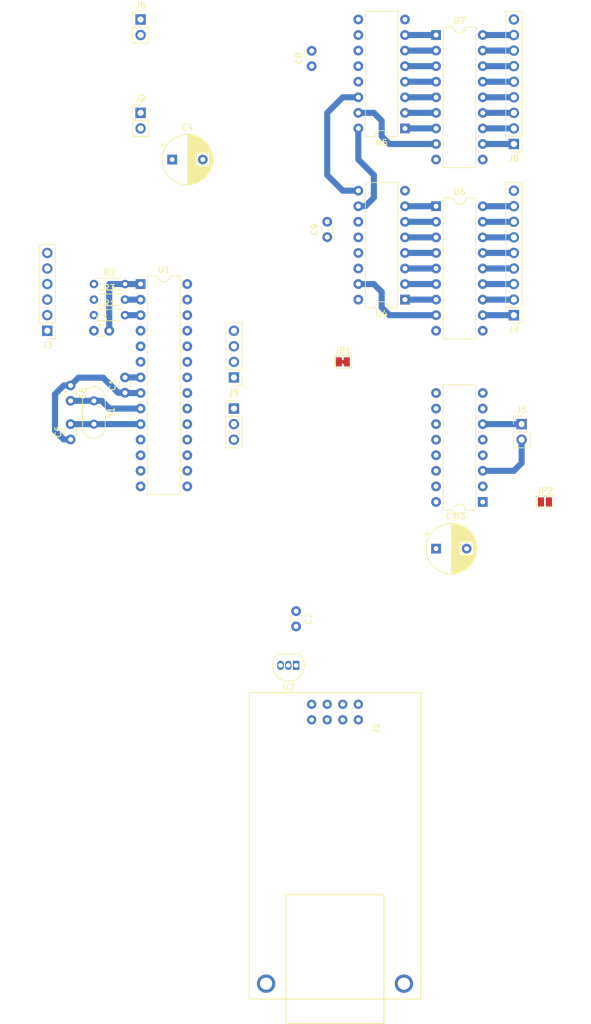
<source format=kicad_pcb>
(kicad_pcb (version 20171130) (host pcbnew 5.0.2-bee76a0~70~ubuntu16.04.1)

  (general
    (thickness 1.6)
    (drawings 0)
    (tracks 79)
    (zones 0)
    (modules 31)
    (nets 63)
  )

  (page A4)
  (layers
    (0 F.Cu signal)
    (31 B.Cu signal)
    (32 B.Adhes user)
    (33 F.Adhes user)
    (34 B.Paste user)
    (35 F.Paste user)
    (36 B.SilkS user)
    (37 F.SilkS user)
    (38 B.Mask user)
    (39 F.Mask user)
    (40 Dwgs.User user)
    (41 Cmts.User user)
    (42 Eco1.User user)
    (43 Eco2.User user)
    (44 Edge.Cuts user)
    (45 Margin user)
    (46 B.CrtYd user)
    (47 F.CrtYd user)
    (48 B.Fab user)
    (49 F.Fab user)
  )

  (setup
    (last_trace_width 1)
    (trace_clearance 0.5)
    (zone_clearance 0.508)
    (zone_45_only no)
    (trace_min 0.2)
    (segment_width 0.2)
    (edge_width 0.15)
    (via_size 0.8)
    (via_drill 0.4)
    (via_min_size 0.4)
    (via_min_drill 0.3)
    (uvia_size 0.3)
    (uvia_drill 0.1)
    (uvias_allowed no)
    (uvia_min_size 0.2)
    (uvia_min_drill 0.1)
    (pcb_text_width 0.3)
    (pcb_text_size 1.5 1.5)
    (mod_edge_width 0.15)
    (mod_text_size 1 1)
    (mod_text_width 0.15)
    (pad_size 1.524 1.524)
    (pad_drill 0.762)
    (pad_to_mask_clearance 0.051)
    (solder_mask_min_width 0.25)
    (aux_axis_origin 0 0)
    (visible_elements FFFFFF7F)
    (pcbplotparams
      (layerselection 0x010fc_ffffffff)
      (usegerberextensions false)
      (usegerberattributes false)
      (usegerberadvancedattributes false)
      (creategerberjobfile false)
      (excludeedgelayer true)
      (linewidth 0.100000)
      (plotframeref false)
      (viasonmask false)
      (mode 1)
      (useauxorigin false)
      (hpglpennumber 1)
      (hpglpenspeed 20)
      (hpglpendiameter 15.000000)
      (psnegative false)
      (psa4output false)
      (plotreference true)
      (plotvalue true)
      (plotinvisibletext false)
      (padsonsilk false)
      (subtractmaskfromsilk false)
      (outputformat 1)
      (mirror false)
      (drillshape 1)
      (scaleselection 1)
      (outputdirectory ""))
  )

  (net 0 "")
  (net 1 GNDD)
  (net 2 +5V)
  (net 3 RESET)
  (net 4 "Net-(C3-Pad2)")
  (net 5 "Net-(C5-Pad2)")
  (net 6 "Net-(C6-Pad2)")
  (net 7 GNDA)
  (net 8 VCC)
  (net 9 MOSI)
  (net 10 SCK)
  (net 11 SS)
  (net 12 MISO)
  (net 13 /3v3)
  (net 14 TX)
  (net 15 RX)
  (net 16 ENCODER_B)
  (net 17 ENCODER_A)
  (net 18 ENCODER_BUTTON)
  (net 19 "Net-(J5-Pad2)")
  (net 20 "Net-(J5-Pad1)")
  (net 21 +9V)
  (net 22 SERVO_SLIDER)
  (net 23 "Net-(J8-Pad1)")
  (net 24 "Net-(J8-Pad2)")
  (net 25 "Net-(J8-Pad3)")
  (net 26 "Net-(J8-Pad4)")
  (net 27 "Net-(J8-Pad5)")
  (net 28 "Net-(J8-Pad6)")
  (net 29 "Net-(J8-Pad7)")
  (net 30 "Net-(J8-Pad8)")
  (net 31 "Net-(J9-Pad8)")
  (net 32 "Net-(J9-Pad7)")
  (net 33 "Net-(J9-Pad6)")
  (net 34 "Net-(J9-Pad5)")
  (net 35 "Net-(J9-Pad4)")
  (net 36 "Net-(J9-Pad3)")
  (net 37 "Net-(J9-Pad2)")
  (net 38 "Net-(J9-Pad1)")
  (net 39 "Net-(R1-Pad2)")
  (net 40 "Net-(R3-Pad2)")
  (net 41 SRDATA)
  (net 42 SRCLOCK)
  (net 43 SRLATCH)
  (net 44 MOTOR_1)
  (net 45 MOTOR_2)
  (net 46 "Net-(U4-Pad1)")
  (net 47 "Net-(U4-Pad9)")
  (net 48 "Net-(U4-Pad2)")
  (net 49 "Net-(U4-Pad3)")
  (net 50 "Net-(U4-Pad4)")
  (net 51 "Net-(U4-Pad5)")
  (net 52 "Net-(U4-Pad6)")
  (net 53 "Net-(U4-Pad7)")
  (net 54 "Net-(U4-Pad15)")
  (net 55 "Net-(U5-Pad15)")
  (net 56 "Net-(U5-Pad7)")
  (net 57 "Net-(U5-Pad6)")
  (net 58 "Net-(U5-Pad5)")
  (net 59 "Net-(U5-Pad4)")
  (net 60 "Net-(U5-Pad3)")
  (net 61 "Net-(U5-Pad2)")
  (net 62 "Net-(U5-Pad1)")

  (net_class Default "This is the default net class."
    (clearance 0.5)
    (trace_width 1)
    (via_dia 0.8)
    (via_drill 0.4)
    (uvia_dia 0.3)
    (uvia_drill 0.1)
    (add_net +5V)
    (add_net +9V)
    (add_net /3v3)
    (add_net ENCODER_A)
    (add_net ENCODER_B)
    (add_net ENCODER_BUTTON)
    (add_net GNDA)
    (add_net GNDD)
    (add_net MISO)
    (add_net MOSI)
    (add_net MOTOR_1)
    (add_net MOTOR_2)
    (add_net "Net-(C3-Pad2)")
    (add_net "Net-(C5-Pad2)")
    (add_net "Net-(C6-Pad2)")
    (add_net "Net-(J5-Pad1)")
    (add_net "Net-(J5-Pad2)")
    (add_net "Net-(J8-Pad1)")
    (add_net "Net-(J8-Pad2)")
    (add_net "Net-(J8-Pad3)")
    (add_net "Net-(J8-Pad4)")
    (add_net "Net-(J8-Pad5)")
    (add_net "Net-(J8-Pad6)")
    (add_net "Net-(J8-Pad7)")
    (add_net "Net-(J8-Pad8)")
    (add_net "Net-(J9-Pad1)")
    (add_net "Net-(J9-Pad2)")
    (add_net "Net-(J9-Pad3)")
    (add_net "Net-(J9-Pad4)")
    (add_net "Net-(J9-Pad5)")
    (add_net "Net-(J9-Pad6)")
    (add_net "Net-(J9-Pad7)")
    (add_net "Net-(J9-Pad8)")
    (add_net "Net-(R1-Pad2)")
    (add_net "Net-(R3-Pad2)")
    (add_net "Net-(U4-Pad1)")
    (add_net "Net-(U4-Pad15)")
    (add_net "Net-(U4-Pad2)")
    (add_net "Net-(U4-Pad3)")
    (add_net "Net-(U4-Pad4)")
    (add_net "Net-(U4-Pad5)")
    (add_net "Net-(U4-Pad6)")
    (add_net "Net-(U4-Pad7)")
    (add_net "Net-(U4-Pad9)")
    (add_net "Net-(U5-Pad1)")
    (add_net "Net-(U5-Pad15)")
    (add_net "Net-(U5-Pad2)")
    (add_net "Net-(U5-Pad3)")
    (add_net "Net-(U5-Pad4)")
    (add_net "Net-(U5-Pad5)")
    (add_net "Net-(U5-Pad6)")
    (add_net "Net-(U5-Pad7)")
    (add_net RESET)
    (add_net RX)
    (add_net SCK)
    (add_net SERVO_SLIDER)
    (add_net SRCLOCK)
    (add_net SRDATA)
    (add_net SRLATCH)
    (add_net SS)
    (add_net TX)
    (add_net VCC)
  )

  (module Capacitor_THT:C_Disc_D3.0mm_W1.6mm_P2.50mm (layer F.Cu) (tedit 5AE50EF0) (tstamp 5CD1AC21)
    (at 45.72 86.32 90)
    (descr "C, Disc series, Radial, pin pitch=2.50mm, , diameter*width=3.0*1.6mm^2, Capacitor, http://www.vishay.com/docs/45233/krseries.pdf")
    (tags "C Disc series Radial pin pitch 2.50mm  diameter 3.0mm width 1.6mm Capacitor")
    (path /5CD25D56)
    (fp_text reference C1 (at 1.25 -2.05 90) (layer F.SilkS)
      (effects (font (size 1 1) (thickness 0.15)))
    )
    (fp_text value 100nF (at 1.25 2.05 90) (layer F.Fab)
      (effects (font (size 1 1) (thickness 0.15)))
    )
    (fp_line (start -0.25 -0.8) (end -0.25 0.8) (layer F.Fab) (width 0.1))
    (fp_line (start -0.25 0.8) (end 2.75 0.8) (layer F.Fab) (width 0.1))
    (fp_line (start 2.75 0.8) (end 2.75 -0.8) (layer F.Fab) (width 0.1))
    (fp_line (start 2.75 -0.8) (end -0.25 -0.8) (layer F.Fab) (width 0.1))
    (fp_line (start 0.621 -0.92) (end 1.879 -0.92) (layer F.SilkS) (width 0.12))
    (fp_line (start 0.621 0.92) (end 1.879 0.92) (layer F.SilkS) (width 0.12))
    (fp_line (start -1.05 -1.05) (end -1.05 1.05) (layer F.CrtYd) (width 0.05))
    (fp_line (start -1.05 1.05) (end 3.55 1.05) (layer F.CrtYd) (width 0.05))
    (fp_line (start 3.55 1.05) (end 3.55 -1.05) (layer F.CrtYd) (width 0.05))
    (fp_line (start 3.55 -1.05) (end -1.05 -1.05) (layer F.CrtYd) (width 0.05))
    (fp_text user %R (at 1.25 0 90) (layer F.Fab)
      (effects (font (size 0.6 0.6) (thickness 0.09)))
    )
    (pad 1 thru_hole circle (at 0 0 90) (size 1.6 1.6) (drill 0.8) (layers *.Cu *.Mask)
      (net 1 GNDD))
    (pad 2 thru_hole circle (at 2.5 0 90) (size 1.6 1.6) (drill 0.8) (layers *.Cu *.Mask)
      (net 2 +5V))
    (model ${KISYS3DMOD}/Capacitor_THT.3dshapes/C_Disc_D3.0mm_W1.6mm_P2.50mm.wrl
      (at (xyz 0 0 0))
      (scale (xyz 1 1 1))
      (rotate (xyz 0 0 0))
    )
  )

  (module Capacitor_THT:C_Disc_D3.0mm_W1.6mm_P2.50mm (layer F.Cu) (tedit 5AE50EF0) (tstamp 5CD1A7AF)
    (at 73.66 121.96 270)
    (descr "C, Disc series, Radial, pin pitch=2.50mm, , diameter*width=3.0*1.6mm^2, Capacitor, http://www.vishay.com/docs/45233/krseries.pdf")
    (tags "C Disc series Radial pin pitch 2.50mm  diameter 3.0mm width 1.6mm Capacitor")
    (path /5CD91735)
    (fp_text reference C2 (at 1.25 -2.05 270) (layer F.SilkS)
      (effects (font (size 1 1) (thickness 0.15)))
    )
    (fp_text value 100nF (at 1.25 2.05 270) (layer F.Fab)
      (effects (font (size 1 1) (thickness 0.15)))
    )
    (fp_text user %R (at 1.25 0 270) (layer F.Fab)
      (effects (font (size 0.6 0.6) (thickness 0.09)))
    )
    (fp_line (start 3.55 -1.05) (end -1.05 -1.05) (layer F.CrtYd) (width 0.05))
    (fp_line (start 3.55 1.05) (end 3.55 -1.05) (layer F.CrtYd) (width 0.05))
    (fp_line (start -1.05 1.05) (end 3.55 1.05) (layer F.CrtYd) (width 0.05))
    (fp_line (start -1.05 -1.05) (end -1.05 1.05) (layer F.CrtYd) (width 0.05))
    (fp_line (start 0.621 0.92) (end 1.879 0.92) (layer F.SilkS) (width 0.12))
    (fp_line (start 0.621 -0.92) (end 1.879 -0.92) (layer F.SilkS) (width 0.12))
    (fp_line (start 2.75 -0.8) (end -0.25 -0.8) (layer F.Fab) (width 0.1))
    (fp_line (start 2.75 0.8) (end 2.75 -0.8) (layer F.Fab) (width 0.1))
    (fp_line (start -0.25 0.8) (end 2.75 0.8) (layer F.Fab) (width 0.1))
    (fp_line (start -0.25 -0.8) (end -0.25 0.8) (layer F.Fab) (width 0.1))
    (pad 2 thru_hole circle (at 2.5 0 270) (size 1.6 1.6) (drill 0.8) (layers *.Cu *.Mask)
      (net 2 +5V))
    (pad 1 thru_hole circle (at 0 0 270) (size 1.6 1.6) (drill 0.8) (layers *.Cu *.Mask)
      (net 1 GNDD))
    (model ${KISYS3DMOD}/Capacitor_THT.3dshapes/C_Disc_D3.0mm_W1.6mm_P2.50mm.wrl
      (at (xyz 0 0 0))
      (scale (xyz 1 1 1))
      (rotate (xyz 0 0 0))
    )
  )

  (module Capacitor_THT:C_Disc_D3.0mm_W1.6mm_P2.50mm (layer F.Cu) (tedit 5AE50EF0) (tstamp 5CD1DAF4)
    (at 40.64 76.2)
    (descr "C, Disc series, Radial, pin pitch=2.50mm, , diameter*width=3.0*1.6mm^2, Capacitor, http://www.vishay.com/docs/45233/krseries.pdf")
    (tags "C Disc series Radial pin pitch 2.50mm  diameter 3.0mm width 1.6mm Capacitor")
    (path /5CD3F935)
    (fp_text reference C3 (at 1.25 -2.05) (layer F.SilkS)
      (effects (font (size 1 1) (thickness 0.15)))
    )
    (fp_text value 100nF (at 1.25 2.05) (layer F.Fab)
      (effects (font (size 1 1) (thickness 0.15)))
    )
    (fp_line (start -0.25 -0.8) (end -0.25 0.8) (layer F.Fab) (width 0.1))
    (fp_line (start -0.25 0.8) (end 2.75 0.8) (layer F.Fab) (width 0.1))
    (fp_line (start 2.75 0.8) (end 2.75 -0.8) (layer F.Fab) (width 0.1))
    (fp_line (start 2.75 -0.8) (end -0.25 -0.8) (layer F.Fab) (width 0.1))
    (fp_line (start 0.621 -0.92) (end 1.879 -0.92) (layer F.SilkS) (width 0.12))
    (fp_line (start 0.621 0.92) (end 1.879 0.92) (layer F.SilkS) (width 0.12))
    (fp_line (start -1.05 -1.05) (end -1.05 1.05) (layer F.CrtYd) (width 0.05))
    (fp_line (start -1.05 1.05) (end 3.55 1.05) (layer F.CrtYd) (width 0.05))
    (fp_line (start 3.55 1.05) (end 3.55 -1.05) (layer F.CrtYd) (width 0.05))
    (fp_line (start 3.55 -1.05) (end -1.05 -1.05) (layer F.CrtYd) (width 0.05))
    (fp_text user %R (at 1.25 0) (layer F.Fab)
      (effects (font (size 0.6 0.6) (thickness 0.09)))
    )
    (pad 1 thru_hole circle (at 0 0) (size 1.6 1.6) (drill 0.8) (layers *.Cu *.Mask)
      (net 3 RESET))
    (pad 2 thru_hole circle (at 2.5 0) (size 1.6 1.6) (drill 0.8) (layers *.Cu *.Mask)
      (net 4 "Net-(C3-Pad2)"))
    (model ${KISYS3DMOD}/Capacitor_THT.3dshapes/C_Disc_D3.0mm_W1.6mm_P2.50mm.wrl
      (at (xyz 0 0 0))
      (scale (xyz 1 1 1))
      (rotate (xyz 0 0 0))
    )
  )

  (module Capacitor_THT:CP_Radial_D8.0mm_P5.00mm (layer F.Cu) (tedit 5AE50EF0) (tstamp 5CD1ACEC)
    (at 53.42 48.26)
    (descr "CP, Radial series, Radial, pin pitch=5.00mm, , diameter=8mm, Electrolytic Capacitor")
    (tags "CP Radial series Radial pin pitch 5.00mm  diameter 8mm Electrolytic Capacitor")
    (path /5CD3C177)
    (fp_text reference C4 (at 2.5 -5.25) (layer F.SilkS)
      (effects (font (size 1 1) (thickness 0.15)))
    )
    (fp_text value 100uF (at 2.5 5.25) (layer F.Fab)
      (effects (font (size 1 1) (thickness 0.15)))
    )
    (fp_circle (center 2.5 0) (end 6.5 0) (layer F.Fab) (width 0.1))
    (fp_circle (center 2.5 0) (end 6.62 0) (layer F.SilkS) (width 0.12))
    (fp_circle (center 2.5 0) (end 6.75 0) (layer F.CrtYd) (width 0.05))
    (fp_line (start -0.926759 -1.7475) (end -0.126759 -1.7475) (layer F.Fab) (width 0.1))
    (fp_line (start -0.526759 -2.1475) (end -0.526759 -1.3475) (layer F.Fab) (width 0.1))
    (fp_line (start 2.5 -4.08) (end 2.5 4.08) (layer F.SilkS) (width 0.12))
    (fp_line (start 2.54 -4.08) (end 2.54 4.08) (layer F.SilkS) (width 0.12))
    (fp_line (start 2.58 -4.08) (end 2.58 4.08) (layer F.SilkS) (width 0.12))
    (fp_line (start 2.62 -4.079) (end 2.62 4.079) (layer F.SilkS) (width 0.12))
    (fp_line (start 2.66 -4.077) (end 2.66 4.077) (layer F.SilkS) (width 0.12))
    (fp_line (start 2.7 -4.076) (end 2.7 4.076) (layer F.SilkS) (width 0.12))
    (fp_line (start 2.74 -4.074) (end 2.74 4.074) (layer F.SilkS) (width 0.12))
    (fp_line (start 2.78 -4.071) (end 2.78 4.071) (layer F.SilkS) (width 0.12))
    (fp_line (start 2.82 -4.068) (end 2.82 4.068) (layer F.SilkS) (width 0.12))
    (fp_line (start 2.86 -4.065) (end 2.86 4.065) (layer F.SilkS) (width 0.12))
    (fp_line (start 2.9 -4.061) (end 2.9 4.061) (layer F.SilkS) (width 0.12))
    (fp_line (start 2.94 -4.057) (end 2.94 4.057) (layer F.SilkS) (width 0.12))
    (fp_line (start 2.98 -4.052) (end 2.98 4.052) (layer F.SilkS) (width 0.12))
    (fp_line (start 3.02 -4.048) (end 3.02 4.048) (layer F.SilkS) (width 0.12))
    (fp_line (start 3.06 -4.042) (end 3.06 4.042) (layer F.SilkS) (width 0.12))
    (fp_line (start 3.1 -4.037) (end 3.1 4.037) (layer F.SilkS) (width 0.12))
    (fp_line (start 3.14 -4.03) (end 3.14 4.03) (layer F.SilkS) (width 0.12))
    (fp_line (start 3.18 -4.024) (end 3.18 4.024) (layer F.SilkS) (width 0.12))
    (fp_line (start 3.221 -4.017) (end 3.221 4.017) (layer F.SilkS) (width 0.12))
    (fp_line (start 3.261 -4.01) (end 3.261 4.01) (layer F.SilkS) (width 0.12))
    (fp_line (start 3.301 -4.002) (end 3.301 4.002) (layer F.SilkS) (width 0.12))
    (fp_line (start 3.341 -3.994) (end 3.341 3.994) (layer F.SilkS) (width 0.12))
    (fp_line (start 3.381 -3.985) (end 3.381 3.985) (layer F.SilkS) (width 0.12))
    (fp_line (start 3.421 -3.976) (end 3.421 3.976) (layer F.SilkS) (width 0.12))
    (fp_line (start 3.461 -3.967) (end 3.461 3.967) (layer F.SilkS) (width 0.12))
    (fp_line (start 3.501 -3.957) (end 3.501 3.957) (layer F.SilkS) (width 0.12))
    (fp_line (start 3.541 -3.947) (end 3.541 3.947) (layer F.SilkS) (width 0.12))
    (fp_line (start 3.581 -3.936) (end 3.581 3.936) (layer F.SilkS) (width 0.12))
    (fp_line (start 3.621 -3.925) (end 3.621 3.925) (layer F.SilkS) (width 0.12))
    (fp_line (start 3.661 -3.914) (end 3.661 3.914) (layer F.SilkS) (width 0.12))
    (fp_line (start 3.701 -3.902) (end 3.701 3.902) (layer F.SilkS) (width 0.12))
    (fp_line (start 3.741 -3.889) (end 3.741 3.889) (layer F.SilkS) (width 0.12))
    (fp_line (start 3.781 -3.877) (end 3.781 3.877) (layer F.SilkS) (width 0.12))
    (fp_line (start 3.821 -3.863) (end 3.821 3.863) (layer F.SilkS) (width 0.12))
    (fp_line (start 3.861 -3.85) (end 3.861 3.85) (layer F.SilkS) (width 0.12))
    (fp_line (start 3.901 -3.835) (end 3.901 3.835) (layer F.SilkS) (width 0.12))
    (fp_line (start 3.941 -3.821) (end 3.941 3.821) (layer F.SilkS) (width 0.12))
    (fp_line (start 3.981 -3.805) (end 3.981 -1.04) (layer F.SilkS) (width 0.12))
    (fp_line (start 3.981 1.04) (end 3.981 3.805) (layer F.SilkS) (width 0.12))
    (fp_line (start 4.021 -3.79) (end 4.021 -1.04) (layer F.SilkS) (width 0.12))
    (fp_line (start 4.021 1.04) (end 4.021 3.79) (layer F.SilkS) (width 0.12))
    (fp_line (start 4.061 -3.774) (end 4.061 -1.04) (layer F.SilkS) (width 0.12))
    (fp_line (start 4.061 1.04) (end 4.061 3.774) (layer F.SilkS) (width 0.12))
    (fp_line (start 4.101 -3.757) (end 4.101 -1.04) (layer F.SilkS) (width 0.12))
    (fp_line (start 4.101 1.04) (end 4.101 3.757) (layer F.SilkS) (width 0.12))
    (fp_line (start 4.141 -3.74) (end 4.141 -1.04) (layer F.SilkS) (width 0.12))
    (fp_line (start 4.141 1.04) (end 4.141 3.74) (layer F.SilkS) (width 0.12))
    (fp_line (start 4.181 -3.722) (end 4.181 -1.04) (layer F.SilkS) (width 0.12))
    (fp_line (start 4.181 1.04) (end 4.181 3.722) (layer F.SilkS) (width 0.12))
    (fp_line (start 4.221 -3.704) (end 4.221 -1.04) (layer F.SilkS) (width 0.12))
    (fp_line (start 4.221 1.04) (end 4.221 3.704) (layer F.SilkS) (width 0.12))
    (fp_line (start 4.261 -3.686) (end 4.261 -1.04) (layer F.SilkS) (width 0.12))
    (fp_line (start 4.261 1.04) (end 4.261 3.686) (layer F.SilkS) (width 0.12))
    (fp_line (start 4.301 -3.666) (end 4.301 -1.04) (layer F.SilkS) (width 0.12))
    (fp_line (start 4.301 1.04) (end 4.301 3.666) (layer F.SilkS) (width 0.12))
    (fp_line (start 4.341 -3.647) (end 4.341 -1.04) (layer F.SilkS) (width 0.12))
    (fp_line (start 4.341 1.04) (end 4.341 3.647) (layer F.SilkS) (width 0.12))
    (fp_line (start 4.381 -3.627) (end 4.381 -1.04) (layer F.SilkS) (width 0.12))
    (fp_line (start 4.381 1.04) (end 4.381 3.627) (layer F.SilkS) (width 0.12))
    (fp_line (start 4.421 -3.606) (end 4.421 -1.04) (layer F.SilkS) (width 0.12))
    (fp_line (start 4.421 1.04) (end 4.421 3.606) (layer F.SilkS) (width 0.12))
    (fp_line (start 4.461 -3.584) (end 4.461 -1.04) (layer F.SilkS) (width 0.12))
    (fp_line (start 4.461 1.04) (end 4.461 3.584) (layer F.SilkS) (width 0.12))
    (fp_line (start 4.501 -3.562) (end 4.501 -1.04) (layer F.SilkS) (width 0.12))
    (fp_line (start 4.501 1.04) (end 4.501 3.562) (layer F.SilkS) (width 0.12))
    (fp_line (start 4.541 -3.54) (end 4.541 -1.04) (layer F.SilkS) (width 0.12))
    (fp_line (start 4.541 1.04) (end 4.541 3.54) (layer F.SilkS) (width 0.12))
    (fp_line (start 4.581 -3.517) (end 4.581 -1.04) (layer F.SilkS) (width 0.12))
    (fp_line (start 4.581 1.04) (end 4.581 3.517) (layer F.SilkS) (width 0.12))
    (fp_line (start 4.621 -3.493) (end 4.621 -1.04) (layer F.SilkS) (width 0.12))
    (fp_line (start 4.621 1.04) (end 4.621 3.493) (layer F.SilkS) (width 0.12))
    (fp_line (start 4.661 -3.469) (end 4.661 -1.04) (layer F.SilkS) (width 0.12))
    (fp_line (start 4.661 1.04) (end 4.661 3.469) (layer F.SilkS) (width 0.12))
    (fp_line (start 4.701 -3.444) (end 4.701 -1.04) (layer F.SilkS) (width 0.12))
    (fp_line (start 4.701 1.04) (end 4.701 3.444) (layer F.SilkS) (width 0.12))
    (fp_line (start 4.741 -3.418) (end 4.741 -1.04) (layer F.SilkS) (width 0.12))
    (fp_line (start 4.741 1.04) (end 4.741 3.418) (layer F.SilkS) (width 0.12))
    (fp_line (start 4.781 -3.392) (end 4.781 -1.04) (layer F.SilkS) (width 0.12))
    (fp_line (start 4.781 1.04) (end 4.781 3.392) (layer F.SilkS) (width 0.12))
    (fp_line (start 4.821 -3.365) (end 4.821 -1.04) (layer F.SilkS) (width 0.12))
    (fp_line (start 4.821 1.04) (end 4.821 3.365) (layer F.SilkS) (width 0.12))
    (fp_line (start 4.861 -3.338) (end 4.861 -1.04) (layer F.SilkS) (width 0.12))
    (fp_line (start 4.861 1.04) (end 4.861 3.338) (layer F.SilkS) (width 0.12))
    (fp_line (start 4.901 -3.309) (end 4.901 -1.04) (layer F.SilkS) (width 0.12))
    (fp_line (start 4.901 1.04) (end 4.901 3.309) (layer F.SilkS) (width 0.12))
    (fp_line (start 4.941 -3.28) (end 4.941 -1.04) (layer F.SilkS) (width 0.12))
    (fp_line (start 4.941 1.04) (end 4.941 3.28) (layer F.SilkS) (width 0.12))
    (fp_line (start 4.981 -3.25) (end 4.981 -1.04) (layer F.SilkS) (width 0.12))
    (fp_line (start 4.981 1.04) (end 4.981 3.25) (layer F.SilkS) (width 0.12))
    (fp_line (start 5.021 -3.22) (end 5.021 -1.04) (layer F.SilkS) (width 0.12))
    (fp_line (start 5.021 1.04) (end 5.021 3.22) (layer F.SilkS) (width 0.12))
    (fp_line (start 5.061 -3.189) (end 5.061 -1.04) (layer F.SilkS) (width 0.12))
    (fp_line (start 5.061 1.04) (end 5.061 3.189) (layer F.SilkS) (width 0.12))
    (fp_line (start 5.101 -3.156) (end 5.101 -1.04) (layer F.SilkS) (width 0.12))
    (fp_line (start 5.101 1.04) (end 5.101 3.156) (layer F.SilkS) (width 0.12))
    (fp_line (start 5.141 -3.124) (end 5.141 -1.04) (layer F.SilkS) (width 0.12))
    (fp_line (start 5.141 1.04) (end 5.141 3.124) (layer F.SilkS) (width 0.12))
    (fp_line (start 5.181 -3.09) (end 5.181 -1.04) (layer F.SilkS) (width 0.12))
    (fp_line (start 5.181 1.04) (end 5.181 3.09) (layer F.SilkS) (width 0.12))
    (fp_line (start 5.221 -3.055) (end 5.221 -1.04) (layer F.SilkS) (width 0.12))
    (fp_line (start 5.221 1.04) (end 5.221 3.055) (layer F.SilkS) (width 0.12))
    (fp_line (start 5.261 -3.019) (end 5.261 -1.04) (layer F.SilkS) (width 0.12))
    (fp_line (start 5.261 1.04) (end 5.261 3.019) (layer F.SilkS) (width 0.12))
    (fp_line (start 5.301 -2.983) (end 5.301 -1.04) (layer F.SilkS) (width 0.12))
    (fp_line (start 5.301 1.04) (end 5.301 2.983) (layer F.SilkS) (width 0.12))
    (fp_line (start 5.341 -2.945) (end 5.341 -1.04) (layer F.SilkS) (width 0.12))
    (fp_line (start 5.341 1.04) (end 5.341 2.945) (layer F.SilkS) (width 0.12))
    (fp_line (start 5.381 -2.907) (end 5.381 -1.04) (layer F.SilkS) (width 0.12))
    (fp_line (start 5.381 1.04) (end 5.381 2.907) (layer F.SilkS) (width 0.12))
    (fp_line (start 5.421 -2.867) (end 5.421 -1.04) (layer F.SilkS) (width 0.12))
    (fp_line (start 5.421 1.04) (end 5.421 2.867) (layer F.SilkS) (width 0.12))
    (fp_line (start 5.461 -2.826) (end 5.461 -1.04) (layer F.SilkS) (width 0.12))
    (fp_line (start 5.461 1.04) (end 5.461 2.826) (layer F.SilkS) (width 0.12))
    (fp_line (start 5.501 -2.784) (end 5.501 -1.04) (layer F.SilkS) (width 0.12))
    (fp_line (start 5.501 1.04) (end 5.501 2.784) (layer F.SilkS) (width 0.12))
    (fp_line (start 5.541 -2.741) (end 5.541 -1.04) (layer F.SilkS) (width 0.12))
    (fp_line (start 5.541 1.04) (end 5.541 2.741) (layer F.SilkS) (width 0.12))
    (fp_line (start 5.581 -2.697) (end 5.581 -1.04) (layer F.SilkS) (width 0.12))
    (fp_line (start 5.581 1.04) (end 5.581 2.697) (layer F.SilkS) (width 0.12))
    (fp_line (start 5.621 -2.651) (end 5.621 -1.04) (layer F.SilkS) (width 0.12))
    (fp_line (start 5.621 1.04) (end 5.621 2.651) (layer F.SilkS) (width 0.12))
    (fp_line (start 5.661 -2.604) (end 5.661 -1.04) (layer F.SilkS) (width 0.12))
    (fp_line (start 5.661 1.04) (end 5.661 2.604) (layer F.SilkS) (width 0.12))
    (fp_line (start 5.701 -2.556) (end 5.701 -1.04) (layer F.SilkS) (width 0.12))
    (fp_line (start 5.701 1.04) (end 5.701 2.556) (layer F.SilkS) (width 0.12))
    (fp_line (start 5.741 -2.505) (end 5.741 -1.04) (layer F.SilkS) (width 0.12))
    (fp_line (start 5.741 1.04) (end 5.741 2.505) (layer F.SilkS) (width 0.12))
    (fp_line (start 5.781 -2.454) (end 5.781 -1.04) (layer F.SilkS) (width 0.12))
    (fp_line (start 5.781 1.04) (end 5.781 2.454) (layer F.SilkS) (width 0.12))
    (fp_line (start 5.821 -2.4) (end 5.821 -1.04) (layer F.SilkS) (width 0.12))
    (fp_line (start 5.821 1.04) (end 5.821 2.4) (layer F.SilkS) (width 0.12))
    (fp_line (start 5.861 -2.345) (end 5.861 -1.04) (layer F.SilkS) (width 0.12))
    (fp_line (start 5.861 1.04) (end 5.861 2.345) (layer F.SilkS) (width 0.12))
    (fp_line (start 5.901 -2.287) (end 5.901 -1.04) (layer F.SilkS) (width 0.12))
    (fp_line (start 5.901 1.04) (end 5.901 2.287) (layer F.SilkS) (width 0.12))
    (fp_line (start 5.941 -2.228) (end 5.941 -1.04) (layer F.SilkS) (width 0.12))
    (fp_line (start 5.941 1.04) (end 5.941 2.228) (layer F.SilkS) (width 0.12))
    (fp_line (start 5.981 -2.166) (end 5.981 -1.04) (layer F.SilkS) (width 0.12))
    (fp_line (start 5.981 1.04) (end 5.981 2.166) (layer F.SilkS) (width 0.12))
    (fp_line (start 6.021 -2.102) (end 6.021 -1.04) (layer F.SilkS) (width 0.12))
    (fp_line (start 6.021 1.04) (end 6.021 2.102) (layer F.SilkS) (width 0.12))
    (fp_line (start 6.061 -2.034) (end 6.061 2.034) (layer F.SilkS) (width 0.12))
    (fp_line (start 6.101 -1.964) (end 6.101 1.964) (layer F.SilkS) (width 0.12))
    (fp_line (start 6.141 -1.89) (end 6.141 1.89) (layer F.SilkS) (width 0.12))
    (fp_line (start 6.181 -1.813) (end 6.181 1.813) (layer F.SilkS) (width 0.12))
    (fp_line (start 6.221 -1.731) (end 6.221 1.731) (layer F.SilkS) (width 0.12))
    (fp_line (start 6.261 -1.645) (end 6.261 1.645) (layer F.SilkS) (width 0.12))
    (fp_line (start 6.301 -1.552) (end 6.301 1.552) (layer F.SilkS) (width 0.12))
    (fp_line (start 6.341 -1.453) (end 6.341 1.453) (layer F.SilkS) (width 0.12))
    (fp_line (start 6.381 -1.346) (end 6.381 1.346) (layer F.SilkS) (width 0.12))
    (fp_line (start 6.421 -1.229) (end 6.421 1.229) (layer F.SilkS) (width 0.12))
    (fp_line (start 6.461 -1.098) (end 6.461 1.098) (layer F.SilkS) (width 0.12))
    (fp_line (start 6.501 -0.948) (end 6.501 0.948) (layer F.SilkS) (width 0.12))
    (fp_line (start 6.541 -0.768) (end 6.541 0.768) (layer F.SilkS) (width 0.12))
    (fp_line (start 6.581 -0.533) (end 6.581 0.533) (layer F.SilkS) (width 0.12))
    (fp_line (start -1.909698 -2.315) (end -1.109698 -2.315) (layer F.SilkS) (width 0.12))
    (fp_line (start -1.509698 -2.715) (end -1.509698 -1.915) (layer F.SilkS) (width 0.12))
    (fp_text user %R (at 2.5 0) (layer F.Fab)
      (effects (font (size 1 1) (thickness 0.15)))
    )
    (pad 1 thru_hole rect (at 0 0) (size 1.6 1.6) (drill 0.8) (layers *.Cu *.Mask)
      (net 2 +5V))
    (pad 2 thru_hole circle (at 5 0) (size 1.6 1.6) (drill 0.8) (layers *.Cu *.Mask)
      (net 1 GNDD))
    (model ${KISYS3DMOD}/Capacitor_THT.3dshapes/CP_Radial_D8.0mm_P5.00mm.wrl
      (at (xyz 0 0 0))
      (scale (xyz 1 1 1))
      (rotate (xyz 0 0 0))
    )
  )

  (module Capacitor_THT:C_Disc_D3.0mm_W1.6mm_P2.50mm (layer F.Cu) (tedit 5AE50EF0) (tstamp 5CD1DE2A)
    (at 36.83 85.13 270)
    (descr "C, Disc series, Radial, pin pitch=2.50mm, , diameter*width=3.0*1.6mm^2, Capacitor, http://www.vishay.com/docs/45233/krseries.pdf")
    (tags "C Disc series Radial pin pitch 2.50mm  diameter 3.0mm width 1.6mm Capacitor")
    (path /5CD16AB1)
    (fp_text reference C5 (at 1.25 -2.05 270) (layer F.SilkS)
      (effects (font (size 1 1) (thickness 0.15)))
    )
    (fp_text value 22p (at 1.25 2.05 270) (layer F.Fab)
      (effects (font (size 1 1) (thickness 0.15)))
    )
    (fp_line (start -0.25 -0.8) (end -0.25 0.8) (layer F.Fab) (width 0.1))
    (fp_line (start -0.25 0.8) (end 2.75 0.8) (layer F.Fab) (width 0.1))
    (fp_line (start 2.75 0.8) (end 2.75 -0.8) (layer F.Fab) (width 0.1))
    (fp_line (start 2.75 -0.8) (end -0.25 -0.8) (layer F.Fab) (width 0.1))
    (fp_line (start 0.621 -0.92) (end 1.879 -0.92) (layer F.SilkS) (width 0.12))
    (fp_line (start 0.621 0.92) (end 1.879 0.92) (layer F.SilkS) (width 0.12))
    (fp_line (start -1.05 -1.05) (end -1.05 1.05) (layer F.CrtYd) (width 0.05))
    (fp_line (start -1.05 1.05) (end 3.55 1.05) (layer F.CrtYd) (width 0.05))
    (fp_line (start 3.55 1.05) (end 3.55 -1.05) (layer F.CrtYd) (width 0.05))
    (fp_line (start 3.55 -1.05) (end -1.05 -1.05) (layer F.CrtYd) (width 0.05))
    (fp_text user %R (at 1.25 0 270) (layer F.Fab)
      (effects (font (size 0.6 0.6) (thickness 0.09)))
    )
    (pad 1 thru_hole circle (at 0 0 270) (size 1.6 1.6) (drill 0.8) (layers *.Cu *.Mask)
      (net 1 GNDD))
    (pad 2 thru_hole circle (at 2.5 0 270) (size 1.6 1.6) (drill 0.8) (layers *.Cu *.Mask)
      (net 5 "Net-(C5-Pad2)"))
    (model ${KISYS3DMOD}/Capacitor_THT.3dshapes/C_Disc_D3.0mm_W1.6mm_P2.50mm.wrl
      (at (xyz 0 0 0))
      (scale (xyz 1 1 1))
      (rotate (xyz 0 0 0))
    )
  )

  (module Capacitor_THT:C_Disc_D3.0mm_W1.6mm_P2.50mm (layer F.Cu) (tedit 5AE50EF0) (tstamp 5CD1AD0E)
    (at 36.83 93.94 90)
    (descr "C, Disc series, Radial, pin pitch=2.50mm, , diameter*width=3.0*1.6mm^2, Capacitor, http://www.vishay.com/docs/45233/krseries.pdf")
    (tags "C Disc series Radial pin pitch 2.50mm  diameter 3.0mm width 1.6mm Capacitor")
    (path /5CD16B2E)
    (fp_text reference C6 (at 1.25 -2.05 90) (layer F.SilkS)
      (effects (font (size 1 1) (thickness 0.15)))
    )
    (fp_text value 22p (at 1.25 2.05 90) (layer F.Fab)
      (effects (font (size 1 1) (thickness 0.15)))
    )
    (fp_text user %R (at 1.25 0 90) (layer F.Fab)
      (effects (font (size 0.6 0.6) (thickness 0.09)))
    )
    (fp_line (start 3.55 -1.05) (end -1.05 -1.05) (layer F.CrtYd) (width 0.05))
    (fp_line (start 3.55 1.05) (end 3.55 -1.05) (layer F.CrtYd) (width 0.05))
    (fp_line (start -1.05 1.05) (end 3.55 1.05) (layer F.CrtYd) (width 0.05))
    (fp_line (start -1.05 -1.05) (end -1.05 1.05) (layer F.CrtYd) (width 0.05))
    (fp_line (start 0.621 0.92) (end 1.879 0.92) (layer F.SilkS) (width 0.12))
    (fp_line (start 0.621 -0.92) (end 1.879 -0.92) (layer F.SilkS) (width 0.12))
    (fp_line (start 2.75 -0.8) (end -0.25 -0.8) (layer F.Fab) (width 0.1))
    (fp_line (start 2.75 0.8) (end 2.75 -0.8) (layer F.Fab) (width 0.1))
    (fp_line (start -0.25 0.8) (end 2.75 0.8) (layer F.Fab) (width 0.1))
    (fp_line (start -0.25 -0.8) (end -0.25 0.8) (layer F.Fab) (width 0.1))
    (pad 2 thru_hole circle (at 2.5 0 90) (size 1.6 1.6) (drill 0.8) (layers *.Cu *.Mask)
      (net 6 "Net-(C6-Pad2)"))
    (pad 1 thru_hole circle (at 0 0 90) (size 1.6 1.6) (drill 0.8) (layers *.Cu *.Mask)
      (net 1 GNDD))
    (model ${KISYS3DMOD}/Capacitor_THT.3dshapes/C_Disc_D3.0mm_W1.6mm_P2.50mm.wrl
      (at (xyz 0 0 0))
      (scale (xyz 1 1 1))
      (rotate (xyz 0 0 0))
    )
  )

  (module Capacitor_THT:CP_Radial_D8.0mm_P5.00mm (layer F.Cu) (tedit 5AE50EF0) (tstamp 5CD1A962)
    (at 96.52 111.76)
    (descr "CP, Radial series, Radial, pin pitch=5.00mm, , diameter=8mm, Electrolytic Capacitor")
    (tags "CP Radial series Radial pin pitch 5.00mm  diameter 8mm Electrolytic Capacitor")
    (path /5CDA1999)
    (fp_text reference C7 (at 2.5 -5.25) (layer F.SilkS)
      (effects (font (size 1 1) (thickness 0.15)))
    )
    (fp_text value 470uF (at 2.5 5.25) (layer F.Fab)
      (effects (font (size 1 1) (thickness 0.15)))
    )
    (fp_text user %R (at 2.5 0) (layer F.Fab)
      (effects (font (size 1 1) (thickness 0.15)))
    )
    (fp_line (start -1.509698 -2.715) (end -1.509698 -1.915) (layer F.SilkS) (width 0.12))
    (fp_line (start -1.909698 -2.315) (end -1.109698 -2.315) (layer F.SilkS) (width 0.12))
    (fp_line (start 6.581 -0.533) (end 6.581 0.533) (layer F.SilkS) (width 0.12))
    (fp_line (start 6.541 -0.768) (end 6.541 0.768) (layer F.SilkS) (width 0.12))
    (fp_line (start 6.501 -0.948) (end 6.501 0.948) (layer F.SilkS) (width 0.12))
    (fp_line (start 6.461 -1.098) (end 6.461 1.098) (layer F.SilkS) (width 0.12))
    (fp_line (start 6.421 -1.229) (end 6.421 1.229) (layer F.SilkS) (width 0.12))
    (fp_line (start 6.381 -1.346) (end 6.381 1.346) (layer F.SilkS) (width 0.12))
    (fp_line (start 6.341 -1.453) (end 6.341 1.453) (layer F.SilkS) (width 0.12))
    (fp_line (start 6.301 -1.552) (end 6.301 1.552) (layer F.SilkS) (width 0.12))
    (fp_line (start 6.261 -1.645) (end 6.261 1.645) (layer F.SilkS) (width 0.12))
    (fp_line (start 6.221 -1.731) (end 6.221 1.731) (layer F.SilkS) (width 0.12))
    (fp_line (start 6.181 -1.813) (end 6.181 1.813) (layer F.SilkS) (width 0.12))
    (fp_line (start 6.141 -1.89) (end 6.141 1.89) (layer F.SilkS) (width 0.12))
    (fp_line (start 6.101 -1.964) (end 6.101 1.964) (layer F.SilkS) (width 0.12))
    (fp_line (start 6.061 -2.034) (end 6.061 2.034) (layer F.SilkS) (width 0.12))
    (fp_line (start 6.021 1.04) (end 6.021 2.102) (layer F.SilkS) (width 0.12))
    (fp_line (start 6.021 -2.102) (end 6.021 -1.04) (layer F.SilkS) (width 0.12))
    (fp_line (start 5.981 1.04) (end 5.981 2.166) (layer F.SilkS) (width 0.12))
    (fp_line (start 5.981 -2.166) (end 5.981 -1.04) (layer F.SilkS) (width 0.12))
    (fp_line (start 5.941 1.04) (end 5.941 2.228) (layer F.SilkS) (width 0.12))
    (fp_line (start 5.941 -2.228) (end 5.941 -1.04) (layer F.SilkS) (width 0.12))
    (fp_line (start 5.901 1.04) (end 5.901 2.287) (layer F.SilkS) (width 0.12))
    (fp_line (start 5.901 -2.287) (end 5.901 -1.04) (layer F.SilkS) (width 0.12))
    (fp_line (start 5.861 1.04) (end 5.861 2.345) (layer F.SilkS) (width 0.12))
    (fp_line (start 5.861 -2.345) (end 5.861 -1.04) (layer F.SilkS) (width 0.12))
    (fp_line (start 5.821 1.04) (end 5.821 2.4) (layer F.SilkS) (width 0.12))
    (fp_line (start 5.821 -2.4) (end 5.821 -1.04) (layer F.SilkS) (width 0.12))
    (fp_line (start 5.781 1.04) (end 5.781 2.454) (layer F.SilkS) (width 0.12))
    (fp_line (start 5.781 -2.454) (end 5.781 -1.04) (layer F.SilkS) (width 0.12))
    (fp_line (start 5.741 1.04) (end 5.741 2.505) (layer F.SilkS) (width 0.12))
    (fp_line (start 5.741 -2.505) (end 5.741 -1.04) (layer F.SilkS) (width 0.12))
    (fp_line (start 5.701 1.04) (end 5.701 2.556) (layer F.SilkS) (width 0.12))
    (fp_line (start 5.701 -2.556) (end 5.701 -1.04) (layer F.SilkS) (width 0.12))
    (fp_line (start 5.661 1.04) (end 5.661 2.604) (layer F.SilkS) (width 0.12))
    (fp_line (start 5.661 -2.604) (end 5.661 -1.04) (layer F.SilkS) (width 0.12))
    (fp_line (start 5.621 1.04) (end 5.621 2.651) (layer F.SilkS) (width 0.12))
    (fp_line (start 5.621 -2.651) (end 5.621 -1.04) (layer F.SilkS) (width 0.12))
    (fp_line (start 5.581 1.04) (end 5.581 2.697) (layer F.SilkS) (width 0.12))
    (fp_line (start 5.581 -2.697) (end 5.581 -1.04) (layer F.SilkS) (width 0.12))
    (fp_line (start 5.541 1.04) (end 5.541 2.741) (layer F.SilkS) (width 0.12))
    (fp_line (start 5.541 -2.741) (end 5.541 -1.04) (layer F.SilkS) (width 0.12))
    (fp_line (start 5.501 1.04) (end 5.501 2.784) (layer F.SilkS) (width 0.12))
    (fp_line (start 5.501 -2.784) (end 5.501 -1.04) (layer F.SilkS) (width 0.12))
    (fp_line (start 5.461 1.04) (end 5.461 2.826) (layer F.SilkS) (width 0.12))
    (fp_line (start 5.461 -2.826) (end 5.461 -1.04) (layer F.SilkS) (width 0.12))
    (fp_line (start 5.421 1.04) (end 5.421 2.867) (layer F.SilkS) (width 0.12))
    (fp_line (start 5.421 -2.867) (end 5.421 -1.04) (layer F.SilkS) (width 0.12))
    (fp_line (start 5.381 1.04) (end 5.381 2.907) (layer F.SilkS) (width 0.12))
    (fp_line (start 5.381 -2.907) (end 5.381 -1.04) (layer F.SilkS) (width 0.12))
    (fp_line (start 5.341 1.04) (end 5.341 2.945) (layer F.SilkS) (width 0.12))
    (fp_line (start 5.341 -2.945) (end 5.341 -1.04) (layer F.SilkS) (width 0.12))
    (fp_line (start 5.301 1.04) (end 5.301 2.983) (layer F.SilkS) (width 0.12))
    (fp_line (start 5.301 -2.983) (end 5.301 -1.04) (layer F.SilkS) (width 0.12))
    (fp_line (start 5.261 1.04) (end 5.261 3.019) (layer F.SilkS) (width 0.12))
    (fp_line (start 5.261 -3.019) (end 5.261 -1.04) (layer F.SilkS) (width 0.12))
    (fp_line (start 5.221 1.04) (end 5.221 3.055) (layer F.SilkS) (width 0.12))
    (fp_line (start 5.221 -3.055) (end 5.221 -1.04) (layer F.SilkS) (width 0.12))
    (fp_line (start 5.181 1.04) (end 5.181 3.09) (layer F.SilkS) (width 0.12))
    (fp_line (start 5.181 -3.09) (end 5.181 -1.04) (layer F.SilkS) (width 0.12))
    (fp_line (start 5.141 1.04) (end 5.141 3.124) (layer F.SilkS) (width 0.12))
    (fp_line (start 5.141 -3.124) (end 5.141 -1.04) (layer F.SilkS) (width 0.12))
    (fp_line (start 5.101 1.04) (end 5.101 3.156) (layer F.SilkS) (width 0.12))
    (fp_line (start 5.101 -3.156) (end 5.101 -1.04) (layer F.SilkS) (width 0.12))
    (fp_line (start 5.061 1.04) (end 5.061 3.189) (layer F.SilkS) (width 0.12))
    (fp_line (start 5.061 -3.189) (end 5.061 -1.04) (layer F.SilkS) (width 0.12))
    (fp_line (start 5.021 1.04) (end 5.021 3.22) (layer F.SilkS) (width 0.12))
    (fp_line (start 5.021 -3.22) (end 5.021 -1.04) (layer F.SilkS) (width 0.12))
    (fp_line (start 4.981 1.04) (end 4.981 3.25) (layer F.SilkS) (width 0.12))
    (fp_line (start 4.981 -3.25) (end 4.981 -1.04) (layer F.SilkS) (width 0.12))
    (fp_line (start 4.941 1.04) (end 4.941 3.28) (layer F.SilkS) (width 0.12))
    (fp_line (start 4.941 -3.28) (end 4.941 -1.04) (layer F.SilkS) (width 0.12))
    (fp_line (start 4.901 1.04) (end 4.901 3.309) (layer F.SilkS) (width 0.12))
    (fp_line (start 4.901 -3.309) (end 4.901 -1.04) (layer F.SilkS) (width 0.12))
    (fp_line (start 4.861 1.04) (end 4.861 3.338) (layer F.SilkS) (width 0.12))
    (fp_line (start 4.861 -3.338) (end 4.861 -1.04) (layer F.SilkS) (width 0.12))
    (fp_line (start 4.821 1.04) (end 4.821 3.365) (layer F.SilkS) (width 0.12))
    (fp_line (start 4.821 -3.365) (end 4.821 -1.04) (layer F.SilkS) (width 0.12))
    (fp_line (start 4.781 1.04) (end 4.781 3.392) (layer F.SilkS) (width 0.12))
    (fp_line (start 4.781 -3.392) (end 4.781 -1.04) (layer F.SilkS) (width 0.12))
    (fp_line (start 4.741 1.04) (end 4.741 3.418) (layer F.SilkS) (width 0.12))
    (fp_line (start 4.741 -3.418) (end 4.741 -1.04) (layer F.SilkS) (width 0.12))
    (fp_line (start 4.701 1.04) (end 4.701 3.444) (layer F.SilkS) (width 0.12))
    (fp_line (start 4.701 -3.444) (end 4.701 -1.04) (layer F.SilkS) (width 0.12))
    (fp_line (start 4.661 1.04) (end 4.661 3.469) (layer F.SilkS) (width 0.12))
    (fp_line (start 4.661 -3.469) (end 4.661 -1.04) (layer F.SilkS) (width 0.12))
    (fp_line (start 4.621 1.04) (end 4.621 3.493) (layer F.SilkS) (width 0.12))
    (fp_line (start 4.621 -3.493) (end 4.621 -1.04) (layer F.SilkS) (width 0.12))
    (fp_line (start 4.581 1.04) (end 4.581 3.517) (layer F.SilkS) (width 0.12))
    (fp_line (start 4.581 -3.517) (end 4.581 -1.04) (layer F.SilkS) (width 0.12))
    (fp_line (start 4.541 1.04) (end 4.541 3.54) (layer F.SilkS) (width 0.12))
    (fp_line (start 4.541 -3.54) (end 4.541 -1.04) (layer F.SilkS) (width 0.12))
    (fp_line (start 4.501 1.04) (end 4.501 3.562) (layer F.SilkS) (width 0.12))
    (fp_line (start 4.501 -3.562) (end 4.501 -1.04) (layer F.SilkS) (width 0.12))
    (fp_line (start 4.461 1.04) (end 4.461 3.584) (layer F.SilkS) (width 0.12))
    (fp_line (start 4.461 -3.584) (end 4.461 -1.04) (layer F.SilkS) (width 0.12))
    (fp_line (start 4.421 1.04) (end 4.421 3.606) (layer F.SilkS) (width 0.12))
    (fp_line (start 4.421 -3.606) (end 4.421 -1.04) (layer F.SilkS) (width 0.12))
    (fp_line (start 4.381 1.04) (end 4.381 3.627) (layer F.SilkS) (width 0.12))
    (fp_line (start 4.381 -3.627) (end 4.381 -1.04) (layer F.SilkS) (width 0.12))
    (fp_line (start 4.341 1.04) (end 4.341 3.647) (layer F.SilkS) (width 0.12))
    (fp_line (start 4.341 -3.647) (end 4.341 -1.04) (layer F.SilkS) (width 0.12))
    (fp_line (start 4.301 1.04) (end 4.301 3.666) (layer F.SilkS) (width 0.12))
    (fp_line (start 4.301 -3.666) (end 4.301 -1.04) (layer F.SilkS) (width 0.12))
    (fp_line (start 4.261 1.04) (end 4.261 3.686) (layer F.SilkS) (width 0.12))
    (fp_line (start 4.261 -3.686) (end 4.261 -1.04) (layer F.SilkS) (width 0.12))
    (fp_line (start 4.221 1.04) (end 4.221 3.704) (layer F.SilkS) (width 0.12))
    (fp_line (start 4.221 -3.704) (end 4.221 -1.04) (layer F.SilkS) (width 0.12))
    (fp_line (start 4.181 1.04) (end 4.181 3.722) (layer F.SilkS) (width 0.12))
    (fp_line (start 4.181 -3.722) (end 4.181 -1.04) (layer F.SilkS) (width 0.12))
    (fp_line (start 4.141 1.04) (end 4.141 3.74) (layer F.SilkS) (width 0.12))
    (fp_line (start 4.141 -3.74) (end 4.141 -1.04) (layer F.SilkS) (width 0.12))
    (fp_line (start 4.101 1.04) (end 4.101 3.757) (layer F.SilkS) (width 0.12))
    (fp_line (start 4.101 -3.757) (end 4.101 -1.04) (layer F.SilkS) (width 0.12))
    (fp_line (start 4.061 1.04) (end 4.061 3.774) (layer F.SilkS) (width 0.12))
    (fp_line (start 4.061 -3.774) (end 4.061 -1.04) (layer F.SilkS) (width 0.12))
    (fp_line (start 4.021 1.04) (end 4.021 3.79) (layer F.SilkS) (width 0.12))
    (fp_line (start 4.021 -3.79) (end 4.021 -1.04) (layer F.SilkS) (width 0.12))
    (fp_line (start 3.981 1.04) (end 3.981 3.805) (layer F.SilkS) (width 0.12))
    (fp_line (start 3.981 -3.805) (end 3.981 -1.04) (layer F.SilkS) (width 0.12))
    (fp_line (start 3.941 -3.821) (end 3.941 3.821) (layer F.SilkS) (width 0.12))
    (fp_line (start 3.901 -3.835) (end 3.901 3.835) (layer F.SilkS) (width 0.12))
    (fp_line (start 3.861 -3.85) (end 3.861 3.85) (layer F.SilkS) (width 0.12))
    (fp_line (start 3.821 -3.863) (end 3.821 3.863) (layer F.SilkS) (width 0.12))
    (fp_line (start 3.781 -3.877) (end 3.781 3.877) (layer F.SilkS) (width 0.12))
    (fp_line (start 3.741 -3.889) (end 3.741 3.889) (layer F.SilkS) (width 0.12))
    (fp_line (start 3.701 -3.902) (end 3.701 3.902) (layer F.SilkS) (width 0.12))
    (fp_line (start 3.661 -3.914) (end 3.661 3.914) (layer F.SilkS) (width 0.12))
    (fp_line (start 3.621 -3.925) (end 3.621 3.925) (layer F.SilkS) (width 0.12))
    (fp_line (start 3.581 -3.936) (end 3.581 3.936) (layer F.SilkS) (width 0.12))
    (fp_line (start 3.541 -3.947) (end 3.541 3.947) (layer F.SilkS) (width 0.12))
    (fp_line (start 3.501 -3.957) (end 3.501 3.957) (layer F.SilkS) (width 0.12))
    (fp_line (start 3.461 -3.967) (end 3.461 3.967) (layer F.SilkS) (width 0.12))
    (fp_line (start 3.421 -3.976) (end 3.421 3.976) (layer F.SilkS) (width 0.12))
    (fp_line (start 3.381 -3.985) (end 3.381 3.985) (layer F.SilkS) (width 0.12))
    (fp_line (start 3.341 -3.994) (end 3.341 3.994) (layer F.SilkS) (width 0.12))
    (fp_line (start 3.301 -4.002) (end 3.301 4.002) (layer F.SilkS) (width 0.12))
    (fp_line (start 3.261 -4.01) (end 3.261 4.01) (layer F.SilkS) (width 0.12))
    (fp_line (start 3.221 -4.017) (end 3.221 4.017) (layer F.SilkS) (width 0.12))
    (fp_line (start 3.18 -4.024) (end 3.18 4.024) (layer F.SilkS) (width 0.12))
    (fp_line (start 3.14 -4.03) (end 3.14 4.03) (layer F.SilkS) (width 0.12))
    (fp_line (start 3.1 -4.037) (end 3.1 4.037) (layer F.SilkS) (width 0.12))
    (fp_line (start 3.06 -4.042) (end 3.06 4.042) (layer F.SilkS) (width 0.12))
    (fp_line (start 3.02 -4.048) (end 3.02 4.048) (layer F.SilkS) (width 0.12))
    (fp_line (start 2.98 -4.052) (end 2.98 4.052) (layer F.SilkS) (width 0.12))
    (fp_line (start 2.94 -4.057) (end 2.94 4.057) (layer F.SilkS) (width 0.12))
    (fp_line (start 2.9 -4.061) (end 2.9 4.061) (layer F.SilkS) (width 0.12))
    (fp_line (start 2.86 -4.065) (end 2.86 4.065) (layer F.SilkS) (width 0.12))
    (fp_line (start 2.82 -4.068) (end 2.82 4.068) (layer F.SilkS) (width 0.12))
    (fp_line (start 2.78 -4.071) (end 2.78 4.071) (layer F.SilkS) (width 0.12))
    (fp_line (start 2.74 -4.074) (end 2.74 4.074) (layer F.SilkS) (width 0.12))
    (fp_line (start 2.7 -4.076) (end 2.7 4.076) (layer F.SilkS) (width 0.12))
    (fp_line (start 2.66 -4.077) (end 2.66 4.077) (layer F.SilkS) (width 0.12))
    (fp_line (start 2.62 -4.079) (end 2.62 4.079) (layer F.SilkS) (width 0.12))
    (fp_line (start 2.58 -4.08) (end 2.58 4.08) (layer F.SilkS) (width 0.12))
    (fp_line (start 2.54 -4.08) (end 2.54 4.08) (layer F.SilkS) (width 0.12))
    (fp_line (start 2.5 -4.08) (end 2.5 4.08) (layer F.SilkS) (width 0.12))
    (fp_line (start -0.526759 -2.1475) (end -0.526759 -1.3475) (layer F.Fab) (width 0.1))
    (fp_line (start -0.926759 -1.7475) (end -0.126759 -1.7475) (layer F.Fab) (width 0.1))
    (fp_circle (center 2.5 0) (end 6.75 0) (layer F.CrtYd) (width 0.05))
    (fp_circle (center 2.5 0) (end 6.62 0) (layer F.SilkS) (width 0.12))
    (fp_circle (center 2.5 0) (end 6.5 0) (layer F.Fab) (width 0.1))
    (pad 2 thru_hole circle (at 5 0) (size 1.6 1.6) (drill 0.8) (layers *.Cu *.Mask)
      (net 7 GNDA))
    (pad 1 thru_hole rect (at 0 0) (size 1.6 1.6) (drill 0.8) (layers *.Cu *.Mask)
      (net 8 VCC))
    (model ${KISYS3DMOD}/Capacitor_THT.3dshapes/CP_Radial_D8.0mm_P5.00mm.wrl
      (at (xyz 0 0 0))
      (scale (xyz 1 1 1))
      (rotate (xyz 0 0 0))
    )
  )

  (module Capacitor_THT:C_Disc_D3.0mm_W1.6mm_P2.50mm (layer F.Cu) (tedit 5AE50EF0) (tstamp 5CD1ADC8)
    (at 76.2 33.02 90)
    (descr "C, Disc series, Radial, pin pitch=2.50mm, , diameter*width=3.0*1.6mm^2, Capacitor, http://www.vishay.com/docs/45233/krseries.pdf")
    (tags "C Disc series Radial pin pitch 2.50mm  diameter 3.0mm width 1.6mm Capacitor")
    (path /5CD250AE)
    (fp_text reference C8 (at 1.25 -2.05 90) (layer F.SilkS)
      (effects (font (size 1 1) (thickness 0.15)))
    )
    (fp_text value 100nF (at 1.25 2.05 90) (layer F.Fab)
      (effects (font (size 1 1) (thickness 0.15)))
    )
    (fp_text user %R (at 1.25 0 90) (layer F.Fab)
      (effects (font (size 0.6 0.6) (thickness 0.09)))
    )
    (fp_line (start 3.55 -1.05) (end -1.05 -1.05) (layer F.CrtYd) (width 0.05))
    (fp_line (start 3.55 1.05) (end 3.55 -1.05) (layer F.CrtYd) (width 0.05))
    (fp_line (start -1.05 1.05) (end 3.55 1.05) (layer F.CrtYd) (width 0.05))
    (fp_line (start -1.05 -1.05) (end -1.05 1.05) (layer F.CrtYd) (width 0.05))
    (fp_line (start 0.621 0.92) (end 1.879 0.92) (layer F.SilkS) (width 0.12))
    (fp_line (start 0.621 -0.92) (end 1.879 -0.92) (layer F.SilkS) (width 0.12))
    (fp_line (start 2.75 -0.8) (end -0.25 -0.8) (layer F.Fab) (width 0.1))
    (fp_line (start 2.75 0.8) (end 2.75 -0.8) (layer F.Fab) (width 0.1))
    (fp_line (start -0.25 0.8) (end 2.75 0.8) (layer F.Fab) (width 0.1))
    (fp_line (start -0.25 -0.8) (end -0.25 0.8) (layer F.Fab) (width 0.1))
    (pad 2 thru_hole circle (at 2.5 0 90) (size 1.6 1.6) (drill 0.8) (layers *.Cu *.Mask)
      (net 2 +5V))
    (pad 1 thru_hole circle (at 0 0 90) (size 1.6 1.6) (drill 0.8) (layers *.Cu *.Mask)
      (net 1 GNDD))
    (model ${KISYS3DMOD}/Capacitor_THT.3dshapes/C_Disc_D3.0mm_W1.6mm_P2.50mm.wrl
      (at (xyz 0 0 0))
      (scale (xyz 1 1 1))
      (rotate (xyz 0 0 0))
    )
  )

  (module Capacitor_THT:C_Disc_D3.0mm_W1.6mm_P2.50mm (layer F.Cu) (tedit 5AE50EF0) (tstamp 5CD1ADD9)
    (at 78.74 60.92 90)
    (descr "C, Disc series, Radial, pin pitch=2.50mm, , diameter*width=3.0*1.6mm^2, Capacitor, http://www.vishay.com/docs/45233/krseries.pdf")
    (tags "C Disc series Radial pin pitch 2.50mm  diameter 3.0mm width 1.6mm Capacitor")
    (path /5CD239F2)
    (fp_text reference C9 (at 1.25 -2.05 90) (layer F.SilkS)
      (effects (font (size 1 1) (thickness 0.15)))
    )
    (fp_text value 100nF (at 1.25 2.05 90) (layer F.Fab)
      (effects (font (size 1 1) (thickness 0.15)))
    )
    (fp_line (start -0.25 -0.8) (end -0.25 0.8) (layer F.Fab) (width 0.1))
    (fp_line (start -0.25 0.8) (end 2.75 0.8) (layer F.Fab) (width 0.1))
    (fp_line (start 2.75 0.8) (end 2.75 -0.8) (layer F.Fab) (width 0.1))
    (fp_line (start 2.75 -0.8) (end -0.25 -0.8) (layer F.Fab) (width 0.1))
    (fp_line (start 0.621 -0.92) (end 1.879 -0.92) (layer F.SilkS) (width 0.12))
    (fp_line (start 0.621 0.92) (end 1.879 0.92) (layer F.SilkS) (width 0.12))
    (fp_line (start -1.05 -1.05) (end -1.05 1.05) (layer F.CrtYd) (width 0.05))
    (fp_line (start -1.05 1.05) (end 3.55 1.05) (layer F.CrtYd) (width 0.05))
    (fp_line (start 3.55 1.05) (end 3.55 -1.05) (layer F.CrtYd) (width 0.05))
    (fp_line (start 3.55 -1.05) (end -1.05 -1.05) (layer F.CrtYd) (width 0.05))
    (fp_text user %R (at 1.25 0 90) (layer F.Fab)
      (effects (font (size 0.6 0.6) (thickness 0.09)))
    )
    (pad 1 thru_hole circle (at 0 0 90) (size 1.6 1.6) (drill 0.8) (layers *.Cu *.Mask)
      (net 1 GNDD))
    (pad 2 thru_hole circle (at 2.5 0 90) (size 1.6 1.6) (drill 0.8) (layers *.Cu *.Mask)
      (net 2 +5V))
    (model ${KISYS3DMOD}/Capacitor_THT.3dshapes/C_Disc_D3.0mm_W1.6mm_P2.50mm.wrl
      (at (xyz 0 0 0))
      (scale (xyz 1 1 1))
      (rotate (xyz 0 0 0))
    )
  )

  (module Connector_PinHeader_2.54mm:PinHeader_1x02_P2.54mm_Vertical (layer F.Cu) (tedit 59FED5CC) (tstamp 5CD1ACAB)
    (at 48.26 40.64)
    (descr "Through hole straight pin header, 1x02, 2.54mm pitch, single row")
    (tags "Through hole pin header THT 1x02 2.54mm single row")
    (path /5CD34BBF)
    (fp_text reference J2 (at 0 -2.33) (layer F.SilkS)
      (effects (font (size 1 1) (thickness 0.15)))
    )
    (fp_text value Conn_5V (at 0 4.87) (layer F.Fab)
      (effects (font (size 1 1) (thickness 0.15)))
    )
    (fp_line (start -0.635 -1.27) (end 1.27 -1.27) (layer F.Fab) (width 0.1))
    (fp_line (start 1.27 -1.27) (end 1.27 3.81) (layer F.Fab) (width 0.1))
    (fp_line (start 1.27 3.81) (end -1.27 3.81) (layer F.Fab) (width 0.1))
    (fp_line (start -1.27 3.81) (end -1.27 -0.635) (layer F.Fab) (width 0.1))
    (fp_line (start -1.27 -0.635) (end -0.635 -1.27) (layer F.Fab) (width 0.1))
    (fp_line (start -1.33 3.87) (end 1.33 3.87) (layer F.SilkS) (width 0.12))
    (fp_line (start -1.33 1.27) (end -1.33 3.87) (layer F.SilkS) (width 0.12))
    (fp_line (start 1.33 1.27) (end 1.33 3.87) (layer F.SilkS) (width 0.12))
    (fp_line (start -1.33 1.27) (end 1.33 1.27) (layer F.SilkS) (width 0.12))
    (fp_line (start -1.33 0) (end -1.33 -1.33) (layer F.SilkS) (width 0.12))
    (fp_line (start -1.33 -1.33) (end 0 -1.33) (layer F.SilkS) (width 0.12))
    (fp_line (start -1.8 -1.8) (end -1.8 4.35) (layer F.CrtYd) (width 0.05))
    (fp_line (start -1.8 4.35) (end 1.8 4.35) (layer F.CrtYd) (width 0.05))
    (fp_line (start 1.8 4.35) (end 1.8 -1.8) (layer F.CrtYd) (width 0.05))
    (fp_line (start 1.8 -1.8) (end -1.8 -1.8) (layer F.CrtYd) (width 0.05))
    (fp_text user %R (at 0 1.27 90) (layer F.Fab)
      (effects (font (size 1 1) (thickness 0.15)))
    )
    (pad 1 thru_hole rect (at 0 0) (size 1.7 1.7) (drill 1) (layers *.Cu *.Mask)
      (net 2 +5V))
    (pad 2 thru_hole oval (at 0 2.54) (size 1.7 1.7) (drill 1) (layers *.Cu *.Mask)
      (net 1 GNDD))
    (model ${KISYS3DMOD}/Connector_PinHeader_2.54mm.3dshapes/PinHeader_1x02_P2.54mm_Vertical.wrl
      (at (xyz 0 0 0))
      (scale (xyz 1 1 1))
      (rotate (xyz 0 0 0))
    )
  )

  (module Connector_PinHeader_2.54mm:PinHeader_1x06_P2.54mm_Vertical (layer F.Cu) (tedit 59FED5CC) (tstamp 5CD1D96C)
    (at 33.02 76.2 180)
    (descr "Through hole straight pin header, 1x06, 2.54mm pitch, single row")
    (tags "Through hole pin header THT 1x06 2.54mm single row")
    (path /5CD43722)
    (fp_text reference J3 (at 0 -2.33 180) (layer F.SilkS)
      (effects (font (size 1 1) (thickness 0.15)))
    )
    (fp_text value Conn_01x06_Female (at 0 15.03 180) (layer F.Fab)
      (effects (font (size 1 1) (thickness 0.15)))
    )
    (fp_line (start -0.635 -1.27) (end 1.27 -1.27) (layer F.Fab) (width 0.1))
    (fp_line (start 1.27 -1.27) (end 1.27 13.97) (layer F.Fab) (width 0.1))
    (fp_line (start 1.27 13.97) (end -1.27 13.97) (layer F.Fab) (width 0.1))
    (fp_line (start -1.27 13.97) (end -1.27 -0.635) (layer F.Fab) (width 0.1))
    (fp_line (start -1.27 -0.635) (end -0.635 -1.27) (layer F.Fab) (width 0.1))
    (fp_line (start -1.33 14.03) (end 1.33 14.03) (layer F.SilkS) (width 0.12))
    (fp_line (start -1.33 1.27) (end -1.33 14.03) (layer F.SilkS) (width 0.12))
    (fp_line (start 1.33 1.27) (end 1.33 14.03) (layer F.SilkS) (width 0.12))
    (fp_line (start -1.33 1.27) (end 1.33 1.27) (layer F.SilkS) (width 0.12))
    (fp_line (start -1.33 0) (end -1.33 -1.33) (layer F.SilkS) (width 0.12))
    (fp_line (start -1.33 -1.33) (end 0 -1.33) (layer F.SilkS) (width 0.12))
    (fp_line (start -1.8 -1.8) (end -1.8 14.5) (layer F.CrtYd) (width 0.05))
    (fp_line (start -1.8 14.5) (end 1.8 14.5) (layer F.CrtYd) (width 0.05))
    (fp_line (start 1.8 14.5) (end 1.8 -1.8) (layer F.CrtYd) (width 0.05))
    (fp_line (start 1.8 -1.8) (end -1.8 -1.8) (layer F.CrtYd) (width 0.05))
    (fp_text user %R (at 0 6.35 270) (layer F.Fab)
      (effects (font (size 1 1) (thickness 0.15)))
    )
    (pad 1 thru_hole rect (at 0 0 180) (size 1.7 1.7) (drill 1) (layers *.Cu *.Mask)
      (net 3 RESET))
    (pad 2 thru_hole oval (at 0 2.54 180) (size 1.7 1.7) (drill 1) (layers *.Cu *.Mask)
      (net 14 TX))
    (pad 3 thru_hole oval (at 0 5.08 180) (size 1.7 1.7) (drill 1) (layers *.Cu *.Mask)
      (net 15 RX))
    (pad 4 thru_hole oval (at 0 7.62 180) (size 1.7 1.7) (drill 1) (layers *.Cu *.Mask))
    (pad 5 thru_hole oval (at 0 10.16 180) (size 1.7 1.7) (drill 1) (layers *.Cu *.Mask))
    (pad 6 thru_hole oval (at 0 12.7 180) (size 1.7 1.7) (drill 1) (layers *.Cu *.Mask)
      (net 1 GNDD))
    (model ${KISYS3DMOD}/Connector_PinHeader_2.54mm.3dshapes/PinHeader_1x06_P2.54mm_Vertical.wrl
      (at (xyz 0 0 0))
      (scale (xyz 1 1 1))
      (rotate (xyz 0 0 0))
    )
  )

  (module Connector_PinHeader_2.54mm:PinHeader_1x04_P2.54mm_Vertical (layer F.Cu) (tedit 59FED5CC) (tstamp 5CD1AE3F)
    (at 63.5 83.82 180)
    (descr "Through hole straight pin header, 1x04, 2.54mm pitch, single row")
    (tags "Through hole pin header THT 1x04 2.54mm single row")
    (path /5CE19110)
    (fp_text reference J4 (at 0 -2.33 180) (layer F.SilkS)
      (effects (font (size 1 1) (thickness 0.15)))
    )
    (fp_text value Conn_Encoder (at 0 9.95 180) (layer F.Fab)
      (effects (font (size 1 1) (thickness 0.15)))
    )
    (fp_line (start -0.635 -1.27) (end 1.27 -1.27) (layer F.Fab) (width 0.1))
    (fp_line (start 1.27 -1.27) (end 1.27 8.89) (layer F.Fab) (width 0.1))
    (fp_line (start 1.27 8.89) (end -1.27 8.89) (layer F.Fab) (width 0.1))
    (fp_line (start -1.27 8.89) (end -1.27 -0.635) (layer F.Fab) (width 0.1))
    (fp_line (start -1.27 -0.635) (end -0.635 -1.27) (layer F.Fab) (width 0.1))
    (fp_line (start -1.33 8.95) (end 1.33 8.95) (layer F.SilkS) (width 0.12))
    (fp_line (start -1.33 1.27) (end -1.33 8.95) (layer F.SilkS) (width 0.12))
    (fp_line (start 1.33 1.27) (end 1.33 8.95) (layer F.SilkS) (width 0.12))
    (fp_line (start -1.33 1.27) (end 1.33 1.27) (layer F.SilkS) (width 0.12))
    (fp_line (start -1.33 0) (end -1.33 -1.33) (layer F.SilkS) (width 0.12))
    (fp_line (start -1.33 -1.33) (end 0 -1.33) (layer F.SilkS) (width 0.12))
    (fp_line (start -1.8 -1.8) (end -1.8 9.4) (layer F.CrtYd) (width 0.05))
    (fp_line (start -1.8 9.4) (end 1.8 9.4) (layer F.CrtYd) (width 0.05))
    (fp_line (start 1.8 9.4) (end 1.8 -1.8) (layer F.CrtYd) (width 0.05))
    (fp_line (start 1.8 -1.8) (end -1.8 -1.8) (layer F.CrtYd) (width 0.05))
    (fp_text user %R (at 0 3.81 270) (layer F.Fab)
      (effects (font (size 1 1) (thickness 0.15)))
    )
    (pad 1 thru_hole rect (at 0 0 180) (size 1.7 1.7) (drill 1) (layers *.Cu *.Mask)
      (net 1 GNDD))
    (pad 2 thru_hole oval (at 0 2.54 180) (size 1.7 1.7) (drill 1) (layers *.Cu *.Mask)
      (net 16 ENCODER_B))
    (pad 3 thru_hole oval (at 0 5.08 180) (size 1.7 1.7) (drill 1) (layers *.Cu *.Mask)
      (net 17 ENCODER_A))
    (pad 4 thru_hole oval (at 0 7.62 180) (size 1.7 1.7) (drill 1) (layers *.Cu *.Mask)
      (net 18 ENCODER_BUTTON))
    (model ${KISYS3DMOD}/Connector_PinHeader_2.54mm.3dshapes/PinHeader_1x04_P2.54mm_Vertical.wrl
      (at (xyz 0 0 0))
      (scale (xyz 1 1 1))
      (rotate (xyz 0 0 0))
    )
  )

  (module Connector_PinHeader_2.54mm:PinHeader_1x02_P2.54mm_Vertical (layer F.Cu) (tedit 59FED5CC) (tstamp 5CD1AE55)
    (at 110.49 91.44)
    (descr "Through hole straight pin header, 1x02, 2.54mm pitch, single row")
    (tags "Through hole pin header THT 1x02 2.54mm single row")
    (path /5CD323EC)
    (fp_text reference J5 (at 0 -2.33) (layer F.SilkS)
      (effects (font (size 1 1) (thickness 0.15)))
    )
    (fp_text value Conn_Motor (at 0 4.87) (layer F.Fab)
      (effects (font (size 1 1) (thickness 0.15)))
    )
    (fp_text user %R (at 0 1.27 90) (layer F.Fab)
      (effects (font (size 1 1) (thickness 0.15)))
    )
    (fp_line (start 1.8 -1.8) (end -1.8 -1.8) (layer F.CrtYd) (width 0.05))
    (fp_line (start 1.8 4.35) (end 1.8 -1.8) (layer F.CrtYd) (width 0.05))
    (fp_line (start -1.8 4.35) (end 1.8 4.35) (layer F.CrtYd) (width 0.05))
    (fp_line (start -1.8 -1.8) (end -1.8 4.35) (layer F.CrtYd) (width 0.05))
    (fp_line (start -1.33 -1.33) (end 0 -1.33) (layer F.SilkS) (width 0.12))
    (fp_line (start -1.33 0) (end -1.33 -1.33) (layer F.SilkS) (width 0.12))
    (fp_line (start -1.33 1.27) (end 1.33 1.27) (layer F.SilkS) (width 0.12))
    (fp_line (start 1.33 1.27) (end 1.33 3.87) (layer F.SilkS) (width 0.12))
    (fp_line (start -1.33 1.27) (end -1.33 3.87) (layer F.SilkS) (width 0.12))
    (fp_line (start -1.33 3.87) (end 1.33 3.87) (layer F.SilkS) (width 0.12))
    (fp_line (start -1.27 -0.635) (end -0.635 -1.27) (layer F.Fab) (width 0.1))
    (fp_line (start -1.27 3.81) (end -1.27 -0.635) (layer F.Fab) (width 0.1))
    (fp_line (start 1.27 3.81) (end -1.27 3.81) (layer F.Fab) (width 0.1))
    (fp_line (start 1.27 -1.27) (end 1.27 3.81) (layer F.Fab) (width 0.1))
    (fp_line (start -0.635 -1.27) (end 1.27 -1.27) (layer F.Fab) (width 0.1))
    (pad 2 thru_hole oval (at 0 2.54) (size 1.7 1.7) (drill 1) (layers *.Cu *.Mask)
      (net 19 "Net-(J5-Pad2)"))
    (pad 1 thru_hole rect (at 0 0) (size 1.7 1.7) (drill 1) (layers *.Cu *.Mask)
      (net 20 "Net-(J5-Pad1)"))
    (model ${KISYS3DMOD}/Connector_PinHeader_2.54mm.3dshapes/PinHeader_1x02_P2.54mm_Vertical.wrl
      (at (xyz 0 0 0))
      (scale (xyz 1 1 1))
      (rotate (xyz 0 0 0))
    )
  )

  (module Connector_PinHeader_2.54mm:PinHeader_1x02_P2.54mm_Vertical (layer F.Cu) (tedit 59FED5CC) (tstamp 5CD1D86D)
    (at 48.26 25.4)
    (descr "Through hole straight pin header, 1x02, 2.54mm pitch, single row")
    (tags "Through hole pin header THT 1x02 2.54mm single row")
    (path /5CDD6503)
    (fp_text reference J6 (at 0 -2.33) (layer F.SilkS)
      (effects (font (size 1 1) (thickness 0.15)))
    )
    (fp_text value Conn_9V (at 0 4.87) (layer F.Fab)
      (effects (font (size 1 1) (thickness 0.15)))
    )
    (fp_line (start -0.635 -1.27) (end 1.27 -1.27) (layer F.Fab) (width 0.1))
    (fp_line (start 1.27 -1.27) (end 1.27 3.81) (layer F.Fab) (width 0.1))
    (fp_line (start 1.27 3.81) (end -1.27 3.81) (layer F.Fab) (width 0.1))
    (fp_line (start -1.27 3.81) (end -1.27 -0.635) (layer F.Fab) (width 0.1))
    (fp_line (start -1.27 -0.635) (end -0.635 -1.27) (layer F.Fab) (width 0.1))
    (fp_line (start -1.33 3.87) (end 1.33 3.87) (layer F.SilkS) (width 0.12))
    (fp_line (start -1.33 1.27) (end -1.33 3.87) (layer F.SilkS) (width 0.12))
    (fp_line (start 1.33 1.27) (end 1.33 3.87) (layer F.SilkS) (width 0.12))
    (fp_line (start -1.33 1.27) (end 1.33 1.27) (layer F.SilkS) (width 0.12))
    (fp_line (start -1.33 0) (end -1.33 -1.33) (layer F.SilkS) (width 0.12))
    (fp_line (start -1.33 -1.33) (end 0 -1.33) (layer F.SilkS) (width 0.12))
    (fp_line (start -1.8 -1.8) (end -1.8 4.35) (layer F.CrtYd) (width 0.05))
    (fp_line (start -1.8 4.35) (end 1.8 4.35) (layer F.CrtYd) (width 0.05))
    (fp_line (start 1.8 4.35) (end 1.8 -1.8) (layer F.CrtYd) (width 0.05))
    (fp_line (start 1.8 -1.8) (end -1.8 -1.8) (layer F.CrtYd) (width 0.05))
    (fp_text user %R (at 0 1.27 90) (layer F.Fab)
      (effects (font (size 1 1) (thickness 0.15)))
    )
    (pad 1 thru_hole rect (at 0 0) (size 1.7 1.7) (drill 1) (layers *.Cu *.Mask)
      (net 21 +9V))
    (pad 2 thru_hole oval (at 0 2.54) (size 1.7 1.7) (drill 1) (layers *.Cu *.Mask)
      (net 7 GNDA))
    (model ${KISYS3DMOD}/Connector_PinHeader_2.54mm.3dshapes/PinHeader_1x02_P2.54mm_Vertical.wrl
      (at (xyz 0 0 0))
      (scale (xyz 1 1 1))
      (rotate (xyz 0 0 0))
    )
  )

  (module Connector_PinHeader_2.54mm:PinHeader_1x03_P2.54mm_Vertical (layer F.Cu) (tedit 59FED5CC) (tstamp 5CD1AE82)
    (at 63.5 88.9)
    (descr "Through hole straight pin header, 1x03, 2.54mm pitch, single row")
    (tags "Through hole pin header THT 1x03 2.54mm single row")
    (path /5CE08F51)
    (fp_text reference J7 (at 0 -2.33) (layer F.SilkS)
      (effects (font (size 1 1) (thickness 0.15)))
    )
    (fp_text value Conn_Servo_Poti (at 0 7.41) (layer F.Fab)
      (effects (font (size 1 1) (thickness 0.15)))
    )
    (fp_line (start -0.635 -1.27) (end 1.27 -1.27) (layer F.Fab) (width 0.1))
    (fp_line (start 1.27 -1.27) (end 1.27 6.35) (layer F.Fab) (width 0.1))
    (fp_line (start 1.27 6.35) (end -1.27 6.35) (layer F.Fab) (width 0.1))
    (fp_line (start -1.27 6.35) (end -1.27 -0.635) (layer F.Fab) (width 0.1))
    (fp_line (start -1.27 -0.635) (end -0.635 -1.27) (layer F.Fab) (width 0.1))
    (fp_line (start -1.33 6.41) (end 1.33 6.41) (layer F.SilkS) (width 0.12))
    (fp_line (start -1.33 1.27) (end -1.33 6.41) (layer F.SilkS) (width 0.12))
    (fp_line (start 1.33 1.27) (end 1.33 6.41) (layer F.SilkS) (width 0.12))
    (fp_line (start -1.33 1.27) (end 1.33 1.27) (layer F.SilkS) (width 0.12))
    (fp_line (start -1.33 0) (end -1.33 -1.33) (layer F.SilkS) (width 0.12))
    (fp_line (start -1.33 -1.33) (end 0 -1.33) (layer F.SilkS) (width 0.12))
    (fp_line (start -1.8 -1.8) (end -1.8 6.85) (layer F.CrtYd) (width 0.05))
    (fp_line (start -1.8 6.85) (end 1.8 6.85) (layer F.CrtYd) (width 0.05))
    (fp_line (start 1.8 6.85) (end 1.8 -1.8) (layer F.CrtYd) (width 0.05))
    (fp_line (start 1.8 -1.8) (end -1.8 -1.8) (layer F.CrtYd) (width 0.05))
    (fp_text user %R (at 0 2.54 90) (layer F.Fab)
      (effects (font (size 1 1) (thickness 0.15)))
    )
    (pad 1 thru_hole rect (at 0 0) (size 1.7 1.7) (drill 1) (layers *.Cu *.Mask)
      (net 1 GNDD))
    (pad 2 thru_hole oval (at 0 2.54) (size 1.7 1.7) (drill 1) (layers *.Cu *.Mask)
      (net 22 SERVO_SLIDER))
    (pad 3 thru_hole oval (at 0 5.08) (size 1.7 1.7) (drill 1) (layers *.Cu *.Mask)
      (net 2 +5V))
    (model ${KISYS3DMOD}/Connector_PinHeader_2.54mm.3dshapes/PinHeader_1x03_P2.54mm_Vertical.wrl
      (at (xyz 0 0 0))
      (scale (xyz 1 1 1))
      (rotate (xyz 0 0 0))
    )
  )

  (module Connector_PinHeader_2.54mm:PinHeader_1x09_P2.54mm_Vertical (layer F.Cu) (tedit 59FED5CC) (tstamp 5CD1AE9F)
    (at 109.22 45.72 180)
    (descr "Through hole straight pin header, 1x09, 2.54mm pitch, single row")
    (tags "Through hole pin header THT 1x09 2.54mm single row")
    (path /5CF21C9B)
    (fp_text reference J8 (at 0 -2.33 180) (layer F.SilkS)
      (effects (font (size 1 1) (thickness 0.15)))
    )
    (fp_text value Conn_relayB (at 0 22.65 180) (layer F.Fab)
      (effects (font (size 1 1) (thickness 0.15)))
    )
    (fp_line (start -0.635 -1.27) (end 1.27 -1.27) (layer F.Fab) (width 0.1))
    (fp_line (start 1.27 -1.27) (end 1.27 21.59) (layer F.Fab) (width 0.1))
    (fp_line (start 1.27 21.59) (end -1.27 21.59) (layer F.Fab) (width 0.1))
    (fp_line (start -1.27 21.59) (end -1.27 -0.635) (layer F.Fab) (width 0.1))
    (fp_line (start -1.27 -0.635) (end -0.635 -1.27) (layer F.Fab) (width 0.1))
    (fp_line (start -1.33 21.65) (end 1.33 21.65) (layer F.SilkS) (width 0.12))
    (fp_line (start -1.33 1.27) (end -1.33 21.65) (layer F.SilkS) (width 0.12))
    (fp_line (start 1.33 1.27) (end 1.33 21.65) (layer F.SilkS) (width 0.12))
    (fp_line (start -1.33 1.27) (end 1.33 1.27) (layer F.SilkS) (width 0.12))
    (fp_line (start -1.33 0) (end -1.33 -1.33) (layer F.SilkS) (width 0.12))
    (fp_line (start -1.33 -1.33) (end 0 -1.33) (layer F.SilkS) (width 0.12))
    (fp_line (start -1.8 -1.8) (end -1.8 22.1) (layer F.CrtYd) (width 0.05))
    (fp_line (start -1.8 22.1) (end 1.8 22.1) (layer F.CrtYd) (width 0.05))
    (fp_line (start 1.8 22.1) (end 1.8 -1.8) (layer F.CrtYd) (width 0.05))
    (fp_line (start 1.8 -1.8) (end -1.8 -1.8) (layer F.CrtYd) (width 0.05))
    (fp_text user %R (at 0 10.16 270) (layer F.Fab)
      (effects (font (size 1 1) (thickness 0.15)))
    )
    (pad 1 thru_hole rect (at 0 0 180) (size 1.7 1.7) (drill 1) (layers *.Cu *.Mask)
      (net 23 "Net-(J8-Pad1)"))
    (pad 2 thru_hole oval (at 0 2.54 180) (size 1.7 1.7) (drill 1) (layers *.Cu *.Mask)
      (net 24 "Net-(J8-Pad2)"))
    (pad 3 thru_hole oval (at 0 5.08 180) (size 1.7 1.7) (drill 1) (layers *.Cu *.Mask)
      (net 25 "Net-(J8-Pad3)"))
    (pad 4 thru_hole oval (at 0 7.62 180) (size 1.7 1.7) (drill 1) (layers *.Cu *.Mask)
      (net 26 "Net-(J8-Pad4)"))
    (pad 5 thru_hole oval (at 0 10.16 180) (size 1.7 1.7) (drill 1) (layers *.Cu *.Mask)
      (net 27 "Net-(J8-Pad5)"))
    (pad 6 thru_hole oval (at 0 12.7 180) (size 1.7 1.7) (drill 1) (layers *.Cu *.Mask)
      (net 28 "Net-(J8-Pad6)"))
    (pad 7 thru_hole oval (at 0 15.24 180) (size 1.7 1.7) (drill 1) (layers *.Cu *.Mask)
      (net 29 "Net-(J8-Pad7)"))
    (pad 8 thru_hole oval (at 0 17.78 180) (size 1.7 1.7) (drill 1) (layers *.Cu *.Mask)
      (net 30 "Net-(J8-Pad8)"))
    (pad 9 thru_hole oval (at 0 20.32 180) (size 1.7 1.7) (drill 1) (layers *.Cu *.Mask)
      (net 21 +9V))
    (model ${KISYS3DMOD}/Connector_PinHeader_2.54mm.3dshapes/PinHeader_1x09_P2.54mm_Vertical.wrl
      (at (xyz 0 0 0))
      (scale (xyz 1 1 1))
      (rotate (xyz 0 0 0))
    )
  )

  (module Connector_PinHeader_2.54mm:PinHeader_1x09_P2.54mm_Vertical (layer F.Cu) (tedit 59FED5CC) (tstamp 5CD1AEBC)
    (at 109.22 73.66 180)
    (descr "Through hole straight pin header, 1x09, 2.54mm pitch, single row")
    (tags "Through hole pin header THT 1x09 2.54mm single row")
    (path /5CEE2E4F)
    (fp_text reference J9 (at 0 -2.33 180) (layer F.SilkS)
      (effects (font (size 1 1) (thickness 0.15)))
    )
    (fp_text value Conn_relayA (at 0 22.65 180) (layer F.Fab)
      (effects (font (size 1 1) (thickness 0.15)))
    )
    (fp_text user %R (at 0 10.16 270) (layer F.Fab)
      (effects (font (size 1 1) (thickness 0.15)))
    )
    (fp_line (start 1.8 -1.8) (end -1.8 -1.8) (layer F.CrtYd) (width 0.05))
    (fp_line (start 1.8 22.1) (end 1.8 -1.8) (layer F.CrtYd) (width 0.05))
    (fp_line (start -1.8 22.1) (end 1.8 22.1) (layer F.CrtYd) (width 0.05))
    (fp_line (start -1.8 -1.8) (end -1.8 22.1) (layer F.CrtYd) (width 0.05))
    (fp_line (start -1.33 -1.33) (end 0 -1.33) (layer F.SilkS) (width 0.12))
    (fp_line (start -1.33 0) (end -1.33 -1.33) (layer F.SilkS) (width 0.12))
    (fp_line (start -1.33 1.27) (end 1.33 1.27) (layer F.SilkS) (width 0.12))
    (fp_line (start 1.33 1.27) (end 1.33 21.65) (layer F.SilkS) (width 0.12))
    (fp_line (start -1.33 1.27) (end -1.33 21.65) (layer F.SilkS) (width 0.12))
    (fp_line (start -1.33 21.65) (end 1.33 21.65) (layer F.SilkS) (width 0.12))
    (fp_line (start -1.27 -0.635) (end -0.635 -1.27) (layer F.Fab) (width 0.1))
    (fp_line (start -1.27 21.59) (end -1.27 -0.635) (layer F.Fab) (width 0.1))
    (fp_line (start 1.27 21.59) (end -1.27 21.59) (layer F.Fab) (width 0.1))
    (fp_line (start 1.27 -1.27) (end 1.27 21.59) (layer F.Fab) (width 0.1))
    (fp_line (start -0.635 -1.27) (end 1.27 -1.27) (layer F.Fab) (width 0.1))
    (pad 9 thru_hole oval (at 0 20.32 180) (size 1.7 1.7) (drill 1) (layers *.Cu *.Mask)
      (net 21 +9V))
    (pad 8 thru_hole oval (at 0 17.78 180) (size 1.7 1.7) (drill 1) (layers *.Cu *.Mask)
      (net 31 "Net-(J9-Pad8)"))
    (pad 7 thru_hole oval (at 0 15.24 180) (size 1.7 1.7) (drill 1) (layers *.Cu *.Mask)
      (net 32 "Net-(J9-Pad7)"))
    (pad 6 thru_hole oval (at 0 12.7 180) (size 1.7 1.7) (drill 1) (layers *.Cu *.Mask)
      (net 33 "Net-(J9-Pad6)"))
    (pad 5 thru_hole oval (at 0 10.16 180) (size 1.7 1.7) (drill 1) (layers *.Cu *.Mask)
      (net 34 "Net-(J9-Pad5)"))
    (pad 4 thru_hole oval (at 0 7.62 180) (size 1.7 1.7) (drill 1) (layers *.Cu *.Mask)
      (net 35 "Net-(J9-Pad4)"))
    (pad 3 thru_hole oval (at 0 5.08 180) (size 1.7 1.7) (drill 1) (layers *.Cu *.Mask)
      (net 36 "Net-(J9-Pad3)"))
    (pad 2 thru_hole oval (at 0 2.54 180) (size 1.7 1.7) (drill 1) (layers *.Cu *.Mask)
      (net 37 "Net-(J9-Pad2)"))
    (pad 1 thru_hole rect (at 0 0 180) (size 1.7 1.7) (drill 1) (layers *.Cu *.Mask)
      (net 38 "Net-(J9-Pad1)"))
    (model ${KISYS3DMOD}/Connector_PinHeader_2.54mm.3dshapes/PinHeader_1x09_P2.54mm_Vertical.wrl
      (at (xyz 0 0 0))
      (scale (xyz 1 1 1))
      (rotate (xyz 0 0 0))
    )
  )

  (module Jumper:SolderJumper-2_P1.3mm_Bridged_Pad1.0x1.5mm (layer F.Cu) (tedit 5B391424) (tstamp 5CD1AECA)
    (at 81.28 81.28)
    (descr "SMD Solder Jumper, 1x1.5mm Pads, 0.3mm gap, bridged with 1 copper strip")
    (tags "solder jumper open")
    (path /5CDBB9F4)
    (attr virtual)
    (fp_text reference JP1 (at 0 -1.8) (layer F.SilkS)
      (effects (font (size 1 1) (thickness 0.15)))
    )
    (fp_text value SolderJumper_5V_VCC (at 0 1.9) (layer F.Fab)
      (effects (font (size 1 1) (thickness 0.15)))
    )
    (fp_line (start -1.4 1) (end -1.4 -1) (layer F.SilkS) (width 0.12))
    (fp_line (start 1.4 1) (end -1.4 1) (layer F.SilkS) (width 0.12))
    (fp_line (start 1.4 -1) (end 1.4 1) (layer F.SilkS) (width 0.12))
    (fp_line (start -1.4 -1) (end 1.4 -1) (layer F.SilkS) (width 0.12))
    (fp_line (start -1.65 -1.25) (end 1.65 -1.25) (layer F.CrtYd) (width 0.05))
    (fp_line (start -1.65 -1.25) (end -1.65 1.25) (layer F.CrtYd) (width 0.05))
    (fp_line (start 1.65 1.25) (end 1.65 -1.25) (layer F.CrtYd) (width 0.05))
    (fp_line (start 1.65 1.25) (end -1.65 1.25) (layer F.CrtYd) (width 0.05))
    (pad 1 smd custom (at -0.65 0) (size 1 1.5) (layers F.Cu F.Mask)
      (net 2 +5V)
      (options (clearance outline) (anchor rect))
      (primitives
        (gr_poly (pts
           (xy 0.4 -0.3) (xy 0.9 -0.3) (xy 0.9 0.3) (xy 0.4 0.3)) (width 0))
      ))
    (pad 2 smd rect (at 0.65 0) (size 1 1.5) (layers F.Cu F.Mask)
      (net 8 VCC))
  )

  (module Jumper:SolderJumper-2_P1.3mm_Open_Pad1.0x1.5mm (layer F.Cu) (tedit 5A3EABFC) (tstamp 5CD1AED8)
    (at 114.3 104.14)
    (descr "SMD Solder Jumper, 1x1.5mm Pads, 0.3mm gap, open")
    (tags "solder jumper open")
    (path /5CDDE1BC)
    (attr virtual)
    (fp_text reference JP2 (at 0 -1.8) (layer F.SilkS)
      (effects (font (size 1 1) (thickness 0.15)))
    )
    (fp_text value SolderJumper_GNDA (at 0 1.9) (layer F.Fab)
      (effects (font (size 1 1) (thickness 0.15)))
    )
    (fp_line (start -1.4 1) (end -1.4 -1) (layer F.SilkS) (width 0.12))
    (fp_line (start 1.4 1) (end -1.4 1) (layer F.SilkS) (width 0.12))
    (fp_line (start 1.4 -1) (end 1.4 1) (layer F.SilkS) (width 0.12))
    (fp_line (start -1.4 -1) (end 1.4 -1) (layer F.SilkS) (width 0.12))
    (fp_line (start -1.65 -1.25) (end 1.65 -1.25) (layer F.CrtYd) (width 0.05))
    (fp_line (start -1.65 -1.25) (end -1.65 1.25) (layer F.CrtYd) (width 0.05))
    (fp_line (start 1.65 1.25) (end 1.65 -1.25) (layer F.CrtYd) (width 0.05))
    (fp_line (start 1.65 1.25) (end -1.65 1.25) (layer F.CrtYd) (width 0.05))
    (pad 2 smd rect (at 0.65 0) (size 1 1.5) (layers F.Cu F.Mask)
      (net 7 GNDA))
    (pad 1 smd rect (at -0.65 0) (size 1 1.5) (layers F.Cu F.Mask)
      (net 1 GNDD))
  )

  (module Resistor_THT:R_Axial_DIN0204_L3.6mm_D1.6mm_P5.08mm_Horizontal (layer F.Cu) (tedit 5AE5139B) (tstamp 5CD1AEEB)
    (at 40.64 73.66)
    (descr "Resistor, Axial_DIN0204 series, Axial, Horizontal, pin pitch=5.08mm, 0.167W, length*diameter=3.6*1.6mm^2, http://cdn-reichelt.de/documents/datenblatt/B400/1_4W%23YAG.pdf")
    (tags "Resistor Axial_DIN0204 series Axial Horizontal pin pitch 5.08mm 0.167W length 3.6mm diameter 1.6mm")
    (path /5CD157F9)
    (fp_text reference R1 (at 2.54 -1.92) (layer F.SilkS)
      (effects (font (size 1 1) (thickness 0.15)))
    )
    (fp_text value 1k (at 2.54 1.92) (layer F.Fab)
      (effects (font (size 1 1) (thickness 0.15)))
    )
    (fp_text user %R (at 2.54 0) (layer F.Fab)
      (effects (font (size 0.72 0.72) (thickness 0.108)))
    )
    (fp_line (start 6.03 -1.05) (end -0.95 -1.05) (layer F.CrtYd) (width 0.05))
    (fp_line (start 6.03 1.05) (end 6.03 -1.05) (layer F.CrtYd) (width 0.05))
    (fp_line (start -0.95 1.05) (end 6.03 1.05) (layer F.CrtYd) (width 0.05))
    (fp_line (start -0.95 -1.05) (end -0.95 1.05) (layer F.CrtYd) (width 0.05))
    (fp_line (start 0.62 0.92) (end 4.46 0.92) (layer F.SilkS) (width 0.12))
    (fp_line (start 0.62 -0.92) (end 4.46 -0.92) (layer F.SilkS) (width 0.12))
    (fp_line (start 5.08 0) (end 4.34 0) (layer F.Fab) (width 0.1))
    (fp_line (start 0 0) (end 0.74 0) (layer F.Fab) (width 0.1))
    (fp_line (start 4.34 -0.8) (end 0.74 -0.8) (layer F.Fab) (width 0.1))
    (fp_line (start 4.34 0.8) (end 4.34 -0.8) (layer F.Fab) (width 0.1))
    (fp_line (start 0.74 0.8) (end 4.34 0.8) (layer F.Fab) (width 0.1))
    (fp_line (start 0.74 -0.8) (end 0.74 0.8) (layer F.Fab) (width 0.1))
    (pad 2 thru_hole oval (at 5.08 0) (size 1.4 1.4) (drill 0.7) (layers *.Cu *.Mask)
      (net 39 "Net-(R1-Pad2)"))
    (pad 1 thru_hole circle (at 0 0) (size 1.4 1.4) (drill 0.7) (layers *.Cu *.Mask)
      (net 14 TX))
    (model ${KISYS3DMOD}/Resistor_THT.3dshapes/R_Axial_DIN0204_L3.6mm_D1.6mm_P5.08mm_Horizontal.wrl
      (at (xyz 0 0 0))
      (scale (xyz 1 1 1))
      (rotate (xyz 0 0 0))
    )
  )

  (module Resistor_THT:R_Axial_DIN0204_L3.6mm_D1.6mm_P5.08mm_Horizontal (layer F.Cu) (tedit 5AE5139B) (tstamp 5CD1AEFE)
    (at 40.64 68.58)
    (descr "Resistor, Axial_DIN0204 series, Axial, Horizontal, pin pitch=5.08mm, 0.167W, length*diameter=3.6*1.6mm^2, http://cdn-reichelt.de/documents/datenblatt/B400/1_4W%23YAG.pdf")
    (tags "Resistor Axial_DIN0204 series Axial Horizontal pin pitch 5.08mm 0.167W length 3.6mm diameter 1.6mm")
    (path /5CD153B9)
    (fp_text reference R2 (at 2.54 -1.92) (layer F.SilkS)
      (effects (font (size 1 1) (thickness 0.15)))
    )
    (fp_text value 10k (at 2.54 1.92) (layer F.Fab)
      (effects (font (size 1 1) (thickness 0.15)))
    )
    (fp_line (start 0.74 -0.8) (end 0.74 0.8) (layer F.Fab) (width 0.1))
    (fp_line (start 0.74 0.8) (end 4.34 0.8) (layer F.Fab) (width 0.1))
    (fp_line (start 4.34 0.8) (end 4.34 -0.8) (layer F.Fab) (width 0.1))
    (fp_line (start 4.34 -0.8) (end 0.74 -0.8) (layer F.Fab) (width 0.1))
    (fp_line (start 0 0) (end 0.74 0) (layer F.Fab) (width 0.1))
    (fp_line (start 5.08 0) (end 4.34 0) (layer F.Fab) (width 0.1))
    (fp_line (start 0.62 -0.92) (end 4.46 -0.92) (layer F.SilkS) (width 0.12))
    (fp_line (start 0.62 0.92) (end 4.46 0.92) (layer F.SilkS) (width 0.12))
    (fp_line (start -0.95 -1.05) (end -0.95 1.05) (layer F.CrtYd) (width 0.05))
    (fp_line (start -0.95 1.05) (end 6.03 1.05) (layer F.CrtYd) (width 0.05))
    (fp_line (start 6.03 1.05) (end 6.03 -1.05) (layer F.CrtYd) (width 0.05))
    (fp_line (start 6.03 -1.05) (end -0.95 -1.05) (layer F.CrtYd) (width 0.05))
    (fp_text user %R (at 2.54 0) (layer F.Fab)
      (effects (font (size 0.72 0.72) (thickness 0.108)))
    )
    (pad 1 thru_hole circle (at 0 0) (size 1.4 1.4) (drill 0.7) (layers *.Cu *.Mask)
      (net 2 +5V))
    (pad 2 thru_hole oval (at 5.08 0) (size 1.4 1.4) (drill 0.7) (layers *.Cu *.Mask)
      (net 4 "Net-(C3-Pad2)"))
    (model ${KISYS3DMOD}/Resistor_THT.3dshapes/R_Axial_DIN0204_L3.6mm_D1.6mm_P5.08mm_Horizontal.wrl
      (at (xyz 0 0 0))
      (scale (xyz 1 1 1))
      (rotate (xyz 0 0 0))
    )
  )

  (module Resistor_THT:R_Axial_DIN0204_L3.6mm_D1.6mm_P5.08mm_Horizontal (layer F.Cu) (tedit 5AE5139B) (tstamp 5CD1AF11)
    (at 40.64 71.12)
    (descr "Resistor, Axial_DIN0204 series, Axial, Horizontal, pin pitch=5.08mm, 0.167W, length*diameter=3.6*1.6mm^2, http://cdn-reichelt.de/documents/datenblatt/B400/1_4W%23YAG.pdf")
    (tags "Resistor Axial_DIN0204 series Axial Horizontal pin pitch 5.08mm 0.167W length 3.6mm diameter 1.6mm")
    (path /5CD15825)
    (fp_text reference R3 (at 2.54 -1.92) (layer F.SilkS)
      (effects (font (size 1 1) (thickness 0.15)))
    )
    (fp_text value 1k (at 2.54 1.92) (layer F.Fab)
      (effects (font (size 1 1) (thickness 0.15)))
    )
    (fp_line (start 0.74 -0.8) (end 0.74 0.8) (layer F.Fab) (width 0.1))
    (fp_line (start 0.74 0.8) (end 4.34 0.8) (layer F.Fab) (width 0.1))
    (fp_line (start 4.34 0.8) (end 4.34 -0.8) (layer F.Fab) (width 0.1))
    (fp_line (start 4.34 -0.8) (end 0.74 -0.8) (layer F.Fab) (width 0.1))
    (fp_line (start 0 0) (end 0.74 0) (layer F.Fab) (width 0.1))
    (fp_line (start 5.08 0) (end 4.34 0) (layer F.Fab) (width 0.1))
    (fp_line (start 0.62 -0.92) (end 4.46 -0.92) (layer F.SilkS) (width 0.12))
    (fp_line (start 0.62 0.92) (end 4.46 0.92) (layer F.SilkS) (width 0.12))
    (fp_line (start -0.95 -1.05) (end -0.95 1.05) (layer F.CrtYd) (width 0.05))
    (fp_line (start -0.95 1.05) (end 6.03 1.05) (layer F.CrtYd) (width 0.05))
    (fp_line (start 6.03 1.05) (end 6.03 -1.05) (layer F.CrtYd) (width 0.05))
    (fp_line (start 6.03 -1.05) (end -0.95 -1.05) (layer F.CrtYd) (width 0.05))
    (fp_text user %R (at 2.54 0) (layer F.Fab)
      (effects (font (size 0.72 0.72) (thickness 0.108)))
    )
    (pad 1 thru_hole circle (at 0 0) (size 1.4 1.4) (drill 0.7) (layers *.Cu *.Mask)
      (net 15 RX))
    (pad 2 thru_hole oval (at 5.08 0) (size 1.4 1.4) (drill 0.7) (layers *.Cu *.Mask)
      (net 40 "Net-(R3-Pad2)"))
    (model ${KISYS3DMOD}/Resistor_THT.3dshapes/R_Axial_DIN0204_L3.6mm_D1.6mm_P5.08mm_Horizontal.wrl
      (at (xyz 0 0 0))
      (scale (xyz 1 1 1))
      (rotate (xyz 0 0 0))
    )
  )

  (module Package_DIP:DIP-28_W7.62mm (layer F.Cu) (tedit 5A02E8C5) (tstamp 5CD1AF41)
    (at 48.26 68.58)
    (descr "28-lead though-hole mounted DIP package, row spacing 7.62 mm (300 mils)")
    (tags "THT DIP DIL PDIP 2.54mm 7.62mm 300mil")
    (path /5CD141F3)
    (fp_text reference U1 (at 3.81 -2.33) (layer F.SilkS)
      (effects (font (size 1 1) (thickness 0.15)))
    )
    (fp_text value ATmega328P-PU (at 3.81 35.35) (layer F.Fab)
      (effects (font (size 1 1) (thickness 0.15)))
    )
    (fp_arc (start 3.81 -1.33) (end 2.81 -1.33) (angle -180) (layer F.SilkS) (width 0.12))
    (fp_line (start 1.635 -1.27) (end 6.985 -1.27) (layer F.Fab) (width 0.1))
    (fp_line (start 6.985 -1.27) (end 6.985 34.29) (layer F.Fab) (width 0.1))
    (fp_line (start 6.985 34.29) (end 0.635 34.29) (layer F.Fab) (width 0.1))
    (fp_line (start 0.635 34.29) (end 0.635 -0.27) (layer F.Fab) (width 0.1))
    (fp_line (start 0.635 -0.27) (end 1.635 -1.27) (layer F.Fab) (width 0.1))
    (fp_line (start 2.81 -1.33) (end 1.16 -1.33) (layer F.SilkS) (width 0.12))
    (fp_line (start 1.16 -1.33) (end 1.16 34.35) (layer F.SilkS) (width 0.12))
    (fp_line (start 1.16 34.35) (end 6.46 34.35) (layer F.SilkS) (width 0.12))
    (fp_line (start 6.46 34.35) (end 6.46 -1.33) (layer F.SilkS) (width 0.12))
    (fp_line (start 6.46 -1.33) (end 4.81 -1.33) (layer F.SilkS) (width 0.12))
    (fp_line (start -1.1 -1.55) (end -1.1 34.55) (layer F.CrtYd) (width 0.05))
    (fp_line (start -1.1 34.55) (end 8.7 34.55) (layer F.CrtYd) (width 0.05))
    (fp_line (start 8.7 34.55) (end 8.7 -1.55) (layer F.CrtYd) (width 0.05))
    (fp_line (start 8.7 -1.55) (end -1.1 -1.55) (layer F.CrtYd) (width 0.05))
    (fp_text user %R (at 3.81 16.51) (layer F.Fab)
      (effects (font (size 1 1) (thickness 0.15)))
    )
    (pad 1 thru_hole rect (at 0 0) (size 1.6 1.6) (drill 0.8) (layers *.Cu *.Mask)
      (net 4 "Net-(C3-Pad2)"))
    (pad 15 thru_hole oval (at 7.62 33.02) (size 1.6 1.6) (drill 0.8) (layers *.Cu *.Mask))
    (pad 2 thru_hole oval (at 0 2.54) (size 1.6 1.6) (drill 0.8) (layers *.Cu *.Mask)
      (net 40 "Net-(R3-Pad2)"))
    (pad 16 thru_hole oval (at 7.62 30.48) (size 1.6 1.6) (drill 0.8) (layers *.Cu *.Mask)
      (net 11 SS))
    (pad 3 thru_hole oval (at 0 5.08) (size 1.6 1.6) (drill 0.8) (layers *.Cu *.Mask)
      (net 39 "Net-(R1-Pad2)"))
    (pad 17 thru_hole oval (at 7.62 27.94) (size 1.6 1.6) (drill 0.8) (layers *.Cu *.Mask)
      (net 9 MOSI))
    (pad 4 thru_hole oval (at 0 7.62) (size 1.6 1.6) (drill 0.8) (layers *.Cu *.Mask)
      (net 41 SRDATA))
    (pad 18 thru_hole oval (at 7.62 25.4) (size 1.6 1.6) (drill 0.8) (layers *.Cu *.Mask)
      (net 12 MISO))
    (pad 5 thru_hole oval (at 0 10.16) (size 1.6 1.6) (drill 0.8) (layers *.Cu *.Mask)
      (net 42 SRCLOCK))
    (pad 19 thru_hole oval (at 7.62 22.86) (size 1.6 1.6) (drill 0.8) (layers *.Cu *.Mask)
      (net 10 SCK))
    (pad 6 thru_hole oval (at 0 12.7) (size 1.6 1.6) (drill 0.8) (layers *.Cu *.Mask)
      (net 43 SRLATCH))
    (pad 20 thru_hole oval (at 7.62 20.32) (size 1.6 1.6) (drill 0.8) (layers *.Cu *.Mask)
      (net 2 +5V))
    (pad 7 thru_hole oval (at 0 15.24) (size 1.6 1.6) (drill 0.8) (layers *.Cu *.Mask)
      (net 2 +5V))
    (pad 21 thru_hole oval (at 7.62 17.78) (size 1.6 1.6) (drill 0.8) (layers *.Cu *.Mask)
      (net 2 +5V))
    (pad 8 thru_hole oval (at 0 17.78) (size 1.6 1.6) (drill 0.8) (layers *.Cu *.Mask)
      (net 1 GNDD))
    (pad 22 thru_hole oval (at 7.62 15.24) (size 1.6 1.6) (drill 0.8) (layers *.Cu *.Mask)
      (net 1 GNDD))
    (pad 9 thru_hole oval (at 0 20.32) (size 1.6 1.6) (drill 0.8) (layers *.Cu *.Mask)
      (net 5 "Net-(C5-Pad2)"))
    (pad 23 thru_hole oval (at 7.62 12.7) (size 1.6 1.6) (drill 0.8) (layers *.Cu *.Mask)
      (net 22 SERVO_SLIDER))
    (pad 10 thru_hole oval (at 0 22.86) (size 1.6 1.6) (drill 0.8) (layers *.Cu *.Mask)
      (net 6 "Net-(C6-Pad2)"))
    (pad 24 thru_hole oval (at 7.62 10.16) (size 1.6 1.6) (drill 0.8) (layers *.Cu *.Mask)
      (net 17 ENCODER_A))
    (pad 11 thru_hole oval (at 0 25.4) (size 1.6 1.6) (drill 0.8) (layers *.Cu *.Mask)
      (net 44 MOTOR_1))
    (pad 25 thru_hole oval (at 7.62 7.62) (size 1.6 1.6) (drill 0.8) (layers *.Cu *.Mask)
      (net 16 ENCODER_B))
    (pad 12 thru_hole oval (at 0 27.94) (size 1.6 1.6) (drill 0.8) (layers *.Cu *.Mask)
      (net 45 MOTOR_2))
    (pad 26 thru_hole oval (at 7.62 5.08) (size 1.6 1.6) (drill 0.8) (layers *.Cu *.Mask))
    (pad 13 thru_hole oval (at 0 30.48) (size 1.6 1.6) (drill 0.8) (layers *.Cu *.Mask))
    (pad 27 thru_hole oval (at 7.62 2.54) (size 1.6 1.6) (drill 0.8) (layers *.Cu *.Mask))
    (pad 14 thru_hole oval (at 0 33.02) (size 1.6 1.6) (drill 0.8) (layers *.Cu *.Mask)
      (net 18 ENCODER_BUTTON))
    (pad 28 thru_hole oval (at 7.62 0) (size 1.6 1.6) (drill 0.8) (layers *.Cu *.Mask))
    (model ${KISYS3DMOD}/Package_DIP.3dshapes/DIP-28_W7.62mm.wrl
      (at (xyz 0 0 0))
      (scale (xyz 1 1 1))
      (rotate (xyz 0 0 0))
    )
  )

  (module Package_TO_SOT_THT:TO-92_Inline (layer F.Cu) (tedit 5A1DD157) (tstamp 5CD1D7B4)
    (at 73.66 130.81 180)
    (descr "TO-92 leads in-line, narrow, oval pads, drill 0.75mm (see NXP sot054_po.pdf)")
    (tags "to-92 sc-43 sc-43a sot54 PA33 transistor")
    (path /5CD8B474)
    (fp_text reference U2 (at 1.27 -3.56 180) (layer F.SilkS)
      (effects (font (size 1 1) (thickness 0.15)))
    )
    (fp_text value L78L33_TO92 (at 1.27 2.79 180) (layer F.Fab)
      (effects (font (size 1 1) (thickness 0.15)))
    )
    (fp_text user %R (at 1.27 -3.56 180) (layer F.Fab)
      (effects (font (size 1 1) (thickness 0.15)))
    )
    (fp_line (start -0.53 1.85) (end 3.07 1.85) (layer F.SilkS) (width 0.12))
    (fp_line (start -0.5 1.75) (end 3 1.75) (layer F.Fab) (width 0.1))
    (fp_line (start -1.46 -2.73) (end 4 -2.73) (layer F.CrtYd) (width 0.05))
    (fp_line (start -1.46 -2.73) (end -1.46 2.01) (layer F.CrtYd) (width 0.05))
    (fp_line (start 4 2.01) (end 4 -2.73) (layer F.CrtYd) (width 0.05))
    (fp_line (start 4 2.01) (end -1.46 2.01) (layer F.CrtYd) (width 0.05))
    (fp_arc (start 1.27 0) (end 1.27 -2.48) (angle 135) (layer F.Fab) (width 0.1))
    (fp_arc (start 1.27 0) (end 1.27 -2.6) (angle -135) (layer F.SilkS) (width 0.12))
    (fp_arc (start 1.27 0) (end 1.27 -2.48) (angle -135) (layer F.Fab) (width 0.1))
    (fp_arc (start 1.27 0) (end 1.27 -2.6) (angle 135) (layer F.SilkS) (width 0.12))
    (pad 2 thru_hole oval (at 1.27 0 180) (size 1.05 1.5) (drill 0.75) (layers *.Cu *.Mask)
      (net 1 GNDD))
    (pad 3 thru_hole oval (at 2.54 0 180) (size 1.05 1.5) (drill 0.75) (layers *.Cu *.Mask)
      (net 2 +5V))
    (pad 1 thru_hole rect (at 0 0 180) (size 1.05 1.5) (drill 0.75) (layers *.Cu *.Mask)
      (net 13 /3v3))
    (model ${KISYS3DMOD}/Package_TO_SOT_THT.3dshapes/TO-92_Inline.wrl
      (at (xyz 0 0 0))
      (scale (xyz 1 1 1))
      (rotate (xyz 0 0 0))
    )
  )

  (module Package_DIP:DIP-16_W7.62mm (layer F.Cu) (tedit 5A02E8C5) (tstamp 5CD1AF77)
    (at 104.14 104.14 180)
    (descr "16-lead though-hole mounted DIP package, row spacing 7.62 mm (300 mils)")
    (tags "THT DIP DIL PDIP 2.54mm 7.62mm 300mil")
    (path /5CD2818F)
    (fp_text reference U3 (at 3.81 -2.33 180) (layer F.SilkS)
      (effects (font (size 1 1) (thickness 0.15)))
    )
    (fp_text value L293D (at 3.81 20.11 180) (layer F.Fab)
      (effects (font (size 1 1) (thickness 0.15)))
    )
    (fp_arc (start 3.81 -1.33) (end 2.81 -1.33) (angle -180) (layer F.SilkS) (width 0.12))
    (fp_line (start 1.635 -1.27) (end 6.985 -1.27) (layer F.Fab) (width 0.1))
    (fp_line (start 6.985 -1.27) (end 6.985 19.05) (layer F.Fab) (width 0.1))
    (fp_line (start 6.985 19.05) (end 0.635 19.05) (layer F.Fab) (width 0.1))
    (fp_line (start 0.635 19.05) (end 0.635 -0.27) (layer F.Fab) (width 0.1))
    (fp_line (start 0.635 -0.27) (end 1.635 -1.27) (layer F.Fab) (width 0.1))
    (fp_line (start 2.81 -1.33) (end 1.16 -1.33) (layer F.SilkS) (width 0.12))
    (fp_line (start 1.16 -1.33) (end 1.16 19.11) (layer F.SilkS) (width 0.12))
    (fp_line (start 1.16 19.11) (end 6.46 19.11) (layer F.SilkS) (width 0.12))
    (fp_line (start 6.46 19.11) (end 6.46 -1.33) (layer F.SilkS) (width 0.12))
    (fp_line (start 6.46 -1.33) (end 4.81 -1.33) (layer F.SilkS) (width 0.12))
    (fp_line (start -1.1 -1.55) (end -1.1 19.3) (layer F.CrtYd) (width 0.05))
    (fp_line (start -1.1 19.3) (end 8.7 19.3) (layer F.CrtYd) (width 0.05))
    (fp_line (start 8.7 19.3) (end 8.7 -1.55) (layer F.CrtYd) (width 0.05))
    (fp_line (start 8.7 -1.55) (end -1.1 -1.55) (layer F.CrtYd) (width 0.05))
    (fp_text user %R (at 3.81 8.89 180) (layer F.Fab)
      (effects (font (size 1 1) (thickness 0.15)))
    )
    (pad 1 thru_hole rect (at 0 0 180) (size 1.6 1.6) (drill 0.8) (layers *.Cu *.Mask))
    (pad 9 thru_hole oval (at 7.62 17.78 180) (size 1.6 1.6) (drill 0.8) (layers *.Cu *.Mask))
    (pad 2 thru_hole oval (at 0 2.54 180) (size 1.6 1.6) (drill 0.8) (layers *.Cu *.Mask)
      (net 44 MOTOR_1))
    (pad 10 thru_hole oval (at 7.62 15.24 180) (size 1.6 1.6) (drill 0.8) (layers *.Cu *.Mask))
    (pad 3 thru_hole oval (at 0 5.08 180) (size 1.6 1.6) (drill 0.8) (layers *.Cu *.Mask)
      (net 19 "Net-(J5-Pad2)"))
    (pad 11 thru_hole oval (at 7.62 12.7 180) (size 1.6 1.6) (drill 0.8) (layers *.Cu *.Mask))
    (pad 4 thru_hole oval (at 0 7.62 180) (size 1.6 1.6) (drill 0.8) (layers *.Cu *.Mask)
      (net 7 GNDA))
    (pad 12 thru_hole oval (at 7.62 10.16 180) (size 1.6 1.6) (drill 0.8) (layers *.Cu *.Mask)
      (net 7 GNDA))
    (pad 5 thru_hole oval (at 0 10.16 180) (size 1.6 1.6) (drill 0.8) (layers *.Cu *.Mask)
      (net 7 GNDA))
    (pad 13 thru_hole oval (at 7.62 7.62 180) (size 1.6 1.6) (drill 0.8) (layers *.Cu *.Mask)
      (net 7 GNDA))
    (pad 6 thru_hole oval (at 0 12.7 180) (size 1.6 1.6) (drill 0.8) (layers *.Cu *.Mask)
      (net 20 "Net-(J5-Pad1)"))
    (pad 14 thru_hole oval (at 7.62 5.08 180) (size 1.6 1.6) (drill 0.8) (layers *.Cu *.Mask))
    (pad 7 thru_hole oval (at 0 15.24 180) (size 1.6 1.6) (drill 0.8) (layers *.Cu *.Mask)
      (net 45 MOTOR_2))
    (pad 15 thru_hole oval (at 7.62 2.54 180) (size 1.6 1.6) (drill 0.8) (layers *.Cu *.Mask))
    (pad 8 thru_hole oval (at 0 17.78 180) (size 1.6 1.6) (drill 0.8) (layers *.Cu *.Mask)
      (net 8 VCC))
    (pad 16 thru_hole oval (at 7.62 0 180) (size 1.6 1.6) (drill 0.8) (layers *.Cu *.Mask)
      (net 8 VCC))
    (model ${KISYS3DMOD}/Package_DIP.3dshapes/DIP-16_W7.62mm.wrl
      (at (xyz 0 0 0))
      (scale (xyz 1 1 1))
      (rotate (xyz 0 0 0))
    )
  )

  (module Package_DIP:DIP-16_W7.62mm (layer F.Cu) (tedit 5A02E8C5) (tstamp 5CD1AF9B)
    (at 91.44 71.12 180)
    (descr "16-lead though-hole mounted DIP package, row spacing 7.62 mm (300 mils)")
    (tags "THT DIP DIL PDIP 2.54mm 7.62mm 300mil")
    (path /5CD17EBC)
    (fp_text reference U4 (at 3.81 -2.33 180) (layer F.SilkS)
      (effects (font (size 1 1) (thickness 0.15)))
    )
    (fp_text value 74HC595 (at 3.81 20.11 180) (layer F.Fab)
      (effects (font (size 1 1) (thickness 0.15)))
    )
    (fp_arc (start 3.81 -1.33) (end 2.81 -1.33) (angle -180) (layer F.SilkS) (width 0.12))
    (fp_line (start 1.635 -1.27) (end 6.985 -1.27) (layer F.Fab) (width 0.1))
    (fp_line (start 6.985 -1.27) (end 6.985 19.05) (layer F.Fab) (width 0.1))
    (fp_line (start 6.985 19.05) (end 0.635 19.05) (layer F.Fab) (width 0.1))
    (fp_line (start 0.635 19.05) (end 0.635 -0.27) (layer F.Fab) (width 0.1))
    (fp_line (start 0.635 -0.27) (end 1.635 -1.27) (layer F.Fab) (width 0.1))
    (fp_line (start 2.81 -1.33) (end 1.16 -1.33) (layer F.SilkS) (width 0.12))
    (fp_line (start 1.16 -1.33) (end 1.16 19.11) (layer F.SilkS) (width 0.12))
    (fp_line (start 1.16 19.11) (end 6.46 19.11) (layer F.SilkS) (width 0.12))
    (fp_line (start 6.46 19.11) (end 6.46 -1.33) (layer F.SilkS) (width 0.12))
    (fp_line (start 6.46 -1.33) (end 4.81 -1.33) (layer F.SilkS) (width 0.12))
    (fp_line (start -1.1 -1.55) (end -1.1 19.3) (layer F.CrtYd) (width 0.05))
    (fp_line (start -1.1 19.3) (end 8.7 19.3) (layer F.CrtYd) (width 0.05))
    (fp_line (start 8.7 19.3) (end 8.7 -1.55) (layer F.CrtYd) (width 0.05))
    (fp_line (start 8.7 -1.55) (end -1.1 -1.55) (layer F.CrtYd) (width 0.05))
    (fp_text user %R (at 3.81 8.89 180) (layer F.Fab)
      (effects (font (size 1 1) (thickness 0.15)))
    )
    (pad 1 thru_hole rect (at 0 0 180) (size 1.6 1.6) (drill 0.8) (layers *.Cu *.Mask)
      (net 46 "Net-(U4-Pad1)"))
    (pad 9 thru_hole oval (at 7.62 17.78 180) (size 1.6 1.6) (drill 0.8) (layers *.Cu *.Mask)
      (net 47 "Net-(U4-Pad9)"))
    (pad 2 thru_hole oval (at 0 2.54 180) (size 1.6 1.6) (drill 0.8) (layers *.Cu *.Mask)
      (net 48 "Net-(U4-Pad2)"))
    (pad 10 thru_hole oval (at 7.62 15.24 180) (size 1.6 1.6) (drill 0.8) (layers *.Cu *.Mask)
      (net 2 +5V))
    (pad 3 thru_hole oval (at 0 5.08 180) (size 1.6 1.6) (drill 0.8) (layers *.Cu *.Mask)
      (net 49 "Net-(U4-Pad3)"))
    (pad 11 thru_hole oval (at 7.62 12.7 180) (size 1.6 1.6) (drill 0.8) (layers *.Cu *.Mask)
      (net 42 SRCLOCK))
    (pad 4 thru_hole oval (at 0 7.62 180) (size 1.6 1.6) (drill 0.8) (layers *.Cu *.Mask)
      (net 50 "Net-(U4-Pad4)"))
    (pad 12 thru_hole oval (at 7.62 10.16 180) (size 1.6 1.6) (drill 0.8) (layers *.Cu *.Mask)
      (net 43 SRLATCH))
    (pad 5 thru_hole oval (at 0 10.16 180) (size 1.6 1.6) (drill 0.8) (layers *.Cu *.Mask)
      (net 51 "Net-(U4-Pad5)"))
    (pad 13 thru_hole oval (at 7.62 7.62 180) (size 1.6 1.6) (drill 0.8) (layers *.Cu *.Mask)
      (net 1 GNDD))
    (pad 6 thru_hole oval (at 0 12.7 180) (size 1.6 1.6) (drill 0.8) (layers *.Cu *.Mask)
      (net 52 "Net-(U4-Pad6)"))
    (pad 14 thru_hole oval (at 7.62 5.08 180) (size 1.6 1.6) (drill 0.8) (layers *.Cu *.Mask)
      (net 41 SRDATA))
    (pad 7 thru_hole oval (at 0 15.24 180) (size 1.6 1.6) (drill 0.8) (layers *.Cu *.Mask)
      (net 53 "Net-(U4-Pad7)"))
    (pad 15 thru_hole oval (at 7.62 2.54 180) (size 1.6 1.6) (drill 0.8) (layers *.Cu *.Mask)
      (net 54 "Net-(U4-Pad15)"))
    (pad 8 thru_hole oval (at 0 17.78 180) (size 1.6 1.6) (drill 0.8) (layers *.Cu *.Mask)
      (net 1 GNDD))
    (pad 16 thru_hole oval (at 7.62 0 180) (size 1.6 1.6) (drill 0.8) (layers *.Cu *.Mask)
      (net 2 +5V))
    (model ${KISYS3DMOD}/Package_DIP.3dshapes/DIP-16_W7.62mm.wrl
      (at (xyz 0 0 0))
      (scale (xyz 1 1 1))
      (rotate (xyz 0 0 0))
    )
  )

  (module Package_DIP:DIP-16_W7.62mm (layer F.Cu) (tedit 5A02E8C5) (tstamp 5CD1AFBF)
    (at 91.44 43.18 180)
    (descr "16-lead though-hole mounted DIP package, row spacing 7.62 mm (300 mils)")
    (tags "THT DIP DIL PDIP 2.54mm 7.62mm 300mil")
    (path /5CD1CCAE)
    (fp_text reference U5 (at 3.81 -2.33 180) (layer F.SilkS)
      (effects (font (size 1 1) (thickness 0.15)))
    )
    (fp_text value 74HC595 (at 3.81 20.11 180) (layer F.Fab)
      (effects (font (size 1 1) (thickness 0.15)))
    )
    (fp_text user %R (at 3.81 8.89 180) (layer F.Fab)
      (effects (font (size 1 1) (thickness 0.15)))
    )
    (fp_line (start 8.7 -1.55) (end -1.1 -1.55) (layer F.CrtYd) (width 0.05))
    (fp_line (start 8.7 19.3) (end 8.7 -1.55) (layer F.CrtYd) (width 0.05))
    (fp_line (start -1.1 19.3) (end 8.7 19.3) (layer F.CrtYd) (width 0.05))
    (fp_line (start -1.1 -1.55) (end -1.1 19.3) (layer F.CrtYd) (width 0.05))
    (fp_line (start 6.46 -1.33) (end 4.81 -1.33) (layer F.SilkS) (width 0.12))
    (fp_line (start 6.46 19.11) (end 6.46 -1.33) (layer F.SilkS) (width 0.12))
    (fp_line (start 1.16 19.11) (end 6.46 19.11) (layer F.SilkS) (width 0.12))
    (fp_line (start 1.16 -1.33) (end 1.16 19.11) (layer F.SilkS) (width 0.12))
    (fp_line (start 2.81 -1.33) (end 1.16 -1.33) (layer F.SilkS) (width 0.12))
    (fp_line (start 0.635 -0.27) (end 1.635 -1.27) (layer F.Fab) (width 0.1))
    (fp_line (start 0.635 19.05) (end 0.635 -0.27) (layer F.Fab) (width 0.1))
    (fp_line (start 6.985 19.05) (end 0.635 19.05) (layer F.Fab) (width 0.1))
    (fp_line (start 6.985 -1.27) (end 6.985 19.05) (layer F.Fab) (width 0.1))
    (fp_line (start 1.635 -1.27) (end 6.985 -1.27) (layer F.Fab) (width 0.1))
    (fp_arc (start 3.81 -1.33) (end 2.81 -1.33) (angle -180) (layer F.SilkS) (width 0.12))
    (pad 16 thru_hole oval (at 7.62 0 180) (size 1.6 1.6) (drill 0.8) (layers *.Cu *.Mask)
      (net 2 +5V))
    (pad 8 thru_hole oval (at 0 17.78 180) (size 1.6 1.6) (drill 0.8) (layers *.Cu *.Mask)
      (net 1 GNDD))
    (pad 15 thru_hole oval (at 7.62 2.54 180) (size 1.6 1.6) (drill 0.8) (layers *.Cu *.Mask)
      (net 55 "Net-(U5-Pad15)"))
    (pad 7 thru_hole oval (at 0 15.24 180) (size 1.6 1.6) (drill 0.8) (layers *.Cu *.Mask)
      (net 56 "Net-(U5-Pad7)"))
    (pad 14 thru_hole oval (at 7.62 5.08 180) (size 1.6 1.6) (drill 0.8) (layers *.Cu *.Mask)
      (net 47 "Net-(U4-Pad9)"))
    (pad 6 thru_hole oval (at 0 12.7 180) (size 1.6 1.6) (drill 0.8) (layers *.Cu *.Mask)
      (net 57 "Net-(U5-Pad6)"))
    (pad 13 thru_hole oval (at 7.62 7.62 180) (size 1.6 1.6) (drill 0.8) (layers *.Cu *.Mask)
      (net 1 GNDD))
    (pad 5 thru_hole oval (at 0 10.16 180) (size 1.6 1.6) (drill 0.8) (layers *.Cu *.Mask)
      (net 58 "Net-(U5-Pad5)"))
    (pad 12 thru_hole oval (at 7.62 10.16 180) (size 1.6 1.6) (drill 0.8) (layers *.Cu *.Mask)
      (net 43 SRLATCH))
    (pad 4 thru_hole oval (at 0 7.62 180) (size 1.6 1.6) (drill 0.8) (layers *.Cu *.Mask)
      (net 59 "Net-(U5-Pad4)"))
    (pad 11 thru_hole oval (at 7.62 12.7 180) (size 1.6 1.6) (drill 0.8) (layers *.Cu *.Mask)
      (net 42 SRCLOCK))
    (pad 3 thru_hole oval (at 0 5.08 180) (size 1.6 1.6) (drill 0.8) (layers *.Cu *.Mask)
      (net 60 "Net-(U5-Pad3)"))
    (pad 10 thru_hole oval (at 7.62 15.24 180) (size 1.6 1.6) (drill 0.8) (layers *.Cu *.Mask)
      (net 2 +5V))
    (pad 2 thru_hole oval (at 0 2.54 180) (size 1.6 1.6) (drill 0.8) (layers *.Cu *.Mask)
      (net 61 "Net-(U5-Pad2)"))
    (pad 9 thru_hole oval (at 7.62 17.78 180) (size 1.6 1.6) (drill 0.8) (layers *.Cu *.Mask))
    (pad 1 thru_hole rect (at 0 0 180) (size 1.6 1.6) (drill 0.8) (layers *.Cu *.Mask)
      (net 62 "Net-(U5-Pad1)"))
    (model ${KISYS3DMOD}/Package_DIP.3dshapes/DIP-16_W7.62mm.wrl
      (at (xyz 0 0 0))
      (scale (xyz 1 1 1))
      (rotate (xyz 0 0 0))
    )
  )

  (module Package_DIP:DIP-18_W7.62mm (layer F.Cu) (tedit 5A02E8C5) (tstamp 5CD1AFE5)
    (at 96.52 55.88)
    (descr "18-lead though-hole mounted DIP package, row spacing 7.62 mm (300 mils)")
    (tags "THT DIP DIL PDIP 2.54mm 7.62mm 300mil")
    (path /5CE689B3)
    (fp_text reference U6 (at 3.81 -2.33) (layer F.SilkS)
      (effects (font (size 1 1) (thickness 0.15)))
    )
    (fp_text value ULN2803A (at 3.81 22.65) (layer F.Fab)
      (effects (font (size 1 1) (thickness 0.15)))
    )
    (fp_arc (start 3.81 -1.33) (end 2.81 -1.33) (angle -180) (layer F.SilkS) (width 0.12))
    (fp_line (start 1.635 -1.27) (end 6.985 -1.27) (layer F.Fab) (width 0.1))
    (fp_line (start 6.985 -1.27) (end 6.985 21.59) (layer F.Fab) (width 0.1))
    (fp_line (start 6.985 21.59) (end 0.635 21.59) (layer F.Fab) (width 0.1))
    (fp_line (start 0.635 21.59) (end 0.635 -0.27) (layer F.Fab) (width 0.1))
    (fp_line (start 0.635 -0.27) (end 1.635 -1.27) (layer F.Fab) (width 0.1))
    (fp_line (start 2.81 -1.33) (end 1.16 -1.33) (layer F.SilkS) (width 0.12))
    (fp_line (start 1.16 -1.33) (end 1.16 21.65) (layer F.SilkS) (width 0.12))
    (fp_line (start 1.16 21.65) (end 6.46 21.65) (layer F.SilkS) (width 0.12))
    (fp_line (start 6.46 21.65) (end 6.46 -1.33) (layer F.SilkS) (width 0.12))
    (fp_line (start 6.46 -1.33) (end 4.81 -1.33) (layer F.SilkS) (width 0.12))
    (fp_line (start -1.1 -1.55) (end -1.1 21.85) (layer F.CrtYd) (width 0.05))
    (fp_line (start -1.1 21.85) (end 8.7 21.85) (layer F.CrtYd) (width 0.05))
    (fp_line (start 8.7 21.85) (end 8.7 -1.55) (layer F.CrtYd) (width 0.05))
    (fp_line (start 8.7 -1.55) (end -1.1 -1.55) (layer F.CrtYd) (width 0.05))
    (fp_text user %R (at 3.81 10.16) (layer F.Fab)
      (effects (font (size 1 1) (thickness 0.15)))
    )
    (pad 1 thru_hole rect (at 0 0) (size 1.6 1.6) (drill 0.8) (layers *.Cu *.Mask)
      (net 53 "Net-(U4-Pad7)"))
    (pad 10 thru_hole oval (at 7.62 20.32) (size 1.6 1.6) (drill 0.8) (layers *.Cu *.Mask)
      (net 21 +9V))
    (pad 2 thru_hole oval (at 0 2.54) (size 1.6 1.6) (drill 0.8) (layers *.Cu *.Mask)
      (net 52 "Net-(U4-Pad6)"))
    (pad 11 thru_hole oval (at 7.62 17.78) (size 1.6 1.6) (drill 0.8) (layers *.Cu *.Mask)
      (net 38 "Net-(J9-Pad1)"))
    (pad 3 thru_hole oval (at 0 5.08) (size 1.6 1.6) (drill 0.8) (layers *.Cu *.Mask)
      (net 51 "Net-(U4-Pad5)"))
    (pad 12 thru_hole oval (at 7.62 15.24) (size 1.6 1.6) (drill 0.8) (layers *.Cu *.Mask)
      (net 37 "Net-(J9-Pad2)"))
    (pad 4 thru_hole oval (at 0 7.62) (size 1.6 1.6) (drill 0.8) (layers *.Cu *.Mask)
      (net 50 "Net-(U4-Pad4)"))
    (pad 13 thru_hole oval (at 7.62 12.7) (size 1.6 1.6) (drill 0.8) (layers *.Cu *.Mask)
      (net 36 "Net-(J9-Pad3)"))
    (pad 5 thru_hole oval (at 0 10.16) (size 1.6 1.6) (drill 0.8) (layers *.Cu *.Mask)
      (net 49 "Net-(U4-Pad3)"))
    (pad 14 thru_hole oval (at 7.62 10.16) (size 1.6 1.6) (drill 0.8) (layers *.Cu *.Mask)
      (net 35 "Net-(J9-Pad4)"))
    (pad 6 thru_hole oval (at 0 12.7) (size 1.6 1.6) (drill 0.8) (layers *.Cu *.Mask)
      (net 48 "Net-(U4-Pad2)"))
    (pad 15 thru_hole oval (at 7.62 7.62) (size 1.6 1.6) (drill 0.8) (layers *.Cu *.Mask)
      (net 34 "Net-(J9-Pad5)"))
    (pad 7 thru_hole oval (at 0 15.24) (size 1.6 1.6) (drill 0.8) (layers *.Cu *.Mask)
      (net 46 "Net-(U4-Pad1)"))
    (pad 16 thru_hole oval (at 7.62 5.08) (size 1.6 1.6) (drill 0.8) (layers *.Cu *.Mask)
      (net 33 "Net-(J9-Pad6)"))
    (pad 8 thru_hole oval (at 0 17.78) (size 1.6 1.6) (drill 0.8) (layers *.Cu *.Mask)
      (net 54 "Net-(U4-Pad15)"))
    (pad 17 thru_hole oval (at 7.62 2.54) (size 1.6 1.6) (drill 0.8) (layers *.Cu *.Mask)
      (net 32 "Net-(J9-Pad7)"))
    (pad 9 thru_hole oval (at 0 20.32) (size 1.6 1.6) (drill 0.8) (layers *.Cu *.Mask)
      (net 7 GNDA))
    (pad 18 thru_hole oval (at 7.62 0) (size 1.6 1.6) (drill 0.8) (layers *.Cu *.Mask)
      (net 31 "Net-(J9-Pad8)"))
    (model ${KISYS3DMOD}/Package_DIP.3dshapes/DIP-18_W7.62mm.wrl
      (at (xyz 0 0 0))
      (scale (xyz 1 1 1))
      (rotate (xyz 0 0 0))
    )
  )

  (module Package_DIP:DIP-18_W7.62mm (layer F.Cu) (tedit 5A02E8C5) (tstamp 5CD1B00B)
    (at 96.52 27.94)
    (descr "18-lead though-hole mounted DIP package, row spacing 7.62 mm (300 mils)")
    (tags "THT DIP DIL PDIP 2.54mm 7.62mm 300mil")
    (path /5CDD2737)
    (fp_text reference U7 (at 3.81 -2.33) (layer F.SilkS)
      (effects (font (size 1 1) (thickness 0.15)))
    )
    (fp_text value ULN2803A (at 3.81 22.65) (layer F.Fab)
      (effects (font (size 1 1) (thickness 0.15)))
    )
    (fp_text user %R (at 3.81 10.16) (layer F.Fab)
      (effects (font (size 1 1) (thickness 0.15)))
    )
    (fp_line (start 8.7 -1.55) (end -1.1 -1.55) (layer F.CrtYd) (width 0.05))
    (fp_line (start 8.7 21.85) (end 8.7 -1.55) (layer F.CrtYd) (width 0.05))
    (fp_line (start -1.1 21.85) (end 8.7 21.85) (layer F.CrtYd) (width 0.05))
    (fp_line (start -1.1 -1.55) (end -1.1 21.85) (layer F.CrtYd) (width 0.05))
    (fp_line (start 6.46 -1.33) (end 4.81 -1.33) (layer F.SilkS) (width 0.12))
    (fp_line (start 6.46 21.65) (end 6.46 -1.33) (layer F.SilkS) (width 0.12))
    (fp_line (start 1.16 21.65) (end 6.46 21.65) (layer F.SilkS) (width 0.12))
    (fp_line (start 1.16 -1.33) (end 1.16 21.65) (layer F.SilkS) (width 0.12))
    (fp_line (start 2.81 -1.33) (end 1.16 -1.33) (layer F.SilkS) (width 0.12))
    (fp_line (start 0.635 -0.27) (end 1.635 -1.27) (layer F.Fab) (width 0.1))
    (fp_line (start 0.635 21.59) (end 0.635 -0.27) (layer F.Fab) (width 0.1))
    (fp_line (start 6.985 21.59) (end 0.635 21.59) (layer F.Fab) (width 0.1))
    (fp_line (start 6.985 -1.27) (end 6.985 21.59) (layer F.Fab) (width 0.1))
    (fp_line (start 1.635 -1.27) (end 6.985 -1.27) (layer F.Fab) (width 0.1))
    (fp_arc (start 3.81 -1.33) (end 2.81 -1.33) (angle -180) (layer F.SilkS) (width 0.12))
    (pad 18 thru_hole oval (at 7.62 0) (size 1.6 1.6) (drill 0.8) (layers *.Cu *.Mask)
      (net 30 "Net-(J8-Pad8)"))
    (pad 9 thru_hole oval (at 0 20.32) (size 1.6 1.6) (drill 0.8) (layers *.Cu *.Mask)
      (net 7 GNDA))
    (pad 17 thru_hole oval (at 7.62 2.54) (size 1.6 1.6) (drill 0.8) (layers *.Cu *.Mask)
      (net 29 "Net-(J8-Pad7)"))
    (pad 8 thru_hole oval (at 0 17.78) (size 1.6 1.6) (drill 0.8) (layers *.Cu *.Mask)
      (net 55 "Net-(U5-Pad15)"))
    (pad 16 thru_hole oval (at 7.62 5.08) (size 1.6 1.6) (drill 0.8) (layers *.Cu *.Mask)
      (net 28 "Net-(J8-Pad6)"))
    (pad 7 thru_hole oval (at 0 15.24) (size 1.6 1.6) (drill 0.8) (layers *.Cu *.Mask)
      (net 62 "Net-(U5-Pad1)"))
    (pad 15 thru_hole oval (at 7.62 7.62) (size 1.6 1.6) (drill 0.8) (layers *.Cu *.Mask)
      (net 27 "Net-(J8-Pad5)"))
    (pad 6 thru_hole oval (at 0 12.7) (size 1.6 1.6) (drill 0.8) (layers *.Cu *.Mask)
      (net 61 "Net-(U5-Pad2)"))
    (pad 14 thru_hole oval (at 7.62 10.16) (size 1.6 1.6) (drill 0.8) (layers *.Cu *.Mask)
      (net 26 "Net-(J8-Pad4)"))
    (pad 5 thru_hole oval (at 0 10.16) (size 1.6 1.6) (drill 0.8) (layers *.Cu *.Mask)
      (net 60 "Net-(U5-Pad3)"))
    (pad 13 thru_hole oval (at 7.62 12.7) (size 1.6 1.6) (drill 0.8) (layers *.Cu *.Mask)
      (net 25 "Net-(J8-Pad3)"))
    (pad 4 thru_hole oval (at 0 7.62) (size 1.6 1.6) (drill 0.8) (layers *.Cu *.Mask)
      (net 59 "Net-(U5-Pad4)"))
    (pad 12 thru_hole oval (at 7.62 15.24) (size 1.6 1.6) (drill 0.8) (layers *.Cu *.Mask)
      (net 24 "Net-(J8-Pad2)"))
    (pad 3 thru_hole oval (at 0 5.08) (size 1.6 1.6) (drill 0.8) (layers *.Cu *.Mask)
      (net 58 "Net-(U5-Pad5)"))
    (pad 11 thru_hole oval (at 7.62 17.78) (size 1.6 1.6) (drill 0.8) (layers *.Cu *.Mask)
      (net 23 "Net-(J8-Pad1)"))
    (pad 2 thru_hole oval (at 0 2.54) (size 1.6 1.6) (drill 0.8) (layers *.Cu *.Mask)
      (net 57 "Net-(U5-Pad6)"))
    (pad 10 thru_hole oval (at 7.62 20.32) (size 1.6 1.6) (drill 0.8) (layers *.Cu *.Mask)
      (net 21 +9V))
    (pad 1 thru_hole rect (at 0 0) (size 1.6 1.6) (drill 0.8) (layers *.Cu *.Mask)
      (net 56 "Net-(U5-Pad7)"))
    (model ${KISYS3DMOD}/Package_DIP.3dshapes/DIP-18_W7.62mm.wrl
      (at (xyz 0 0 0))
      (scale (xyz 1 1 1))
      (rotate (xyz 0 0 0))
    )
  )

  (module Crystal:Crystal_HC52-6mm_Vertical (layer F.Cu) (tedit 5A1AD3B8) (tstamp 5CD1B022)
    (at 40.64 87.64 270)
    (descr "Crystal THT HC-52/6mm, http://www.kvg-gmbh.de/assets/uploads/files/product_pdfs/XS71xx.pdf")
    (tags "THT crystalHC-49/U")
    (path /5CD163A1)
    (fp_text reference Y1 (at 1.9 -2.85 270) (layer F.SilkS)
      (effects (font (size 1 1) (thickness 0.15)))
    )
    (fp_text value Crystal (at 1.9 2.85 270) (layer F.Fab)
      (effects (font (size 1 1) (thickness 0.15)))
    )
    (fp_text user %R (at 1.9 0 270) (layer F.Fab)
      (effects (font (size 1 1) (thickness 0.15)))
    )
    (fp_line (start -0.45 -1.65) (end 4.25 -1.65) (layer F.Fab) (width 0.1))
    (fp_line (start -0.45 1.65) (end 4.25 1.65) (layer F.Fab) (width 0.1))
    (fp_line (start -0.45 -1.15) (end 4.25 -1.15) (layer F.Fab) (width 0.1))
    (fp_line (start -0.45 1.15) (end 4.25 1.15) (layer F.Fab) (width 0.1))
    (fp_line (start -0.45 -1.85) (end 4.25 -1.85) (layer F.SilkS) (width 0.12))
    (fp_line (start -0.45 1.85) (end 4.25 1.85) (layer F.SilkS) (width 0.12))
    (fp_line (start -2.6 -2.1) (end -2.6 2.1) (layer F.CrtYd) (width 0.05))
    (fp_line (start -2.6 2.1) (end 6.4 2.1) (layer F.CrtYd) (width 0.05))
    (fp_line (start 6.4 2.1) (end 6.4 -2.1) (layer F.CrtYd) (width 0.05))
    (fp_line (start 6.4 -2.1) (end -2.6 -2.1) (layer F.CrtYd) (width 0.05))
    (fp_arc (start -0.45 0) (end -0.45 -1.65) (angle -180) (layer F.Fab) (width 0.1))
    (fp_arc (start 4.25 0) (end 4.25 -1.65) (angle 180) (layer F.Fab) (width 0.1))
    (fp_arc (start -0.45 0) (end -0.45 -1.15) (angle -180) (layer F.Fab) (width 0.1))
    (fp_arc (start 4.25 0) (end 4.25 -1.15) (angle 180) (layer F.Fab) (width 0.1))
    (fp_arc (start -0.45 0) (end -0.45 -1.85) (angle -180) (layer F.SilkS) (width 0.12))
    (fp_arc (start 4.25 0) (end 4.25 -1.85) (angle 180) (layer F.SilkS) (width 0.12))
    (pad 1 thru_hole circle (at 0 0 270) (size 1.5 1.5) (drill 0.8) (layers *.Cu *.Mask)
      (net 5 "Net-(C5-Pad2)"))
    (pad 2 thru_hole circle (at 3.8 0 270) (size 1.5 1.5) (drill 0.8) (layers *.Cu *.Mask)
      (net 6 "Net-(C6-Pad2)"))
    (model ${KISYS3DMOD}/Crystal.3dshapes/Crystal_HC52-6mm_Vertical.wrl
      (at (xyz 0 0 0))
      (scale (xyz 1 1 1))
      (rotate (xyz 0 0 0))
    )
  )

  (module footprints:W5100_V2 (layer F.Cu) (tedit 5CD1A29F) (tstamp 5CD1A383)
    (at 80.01 135.255 270)
    (path /5CD7CCFC)
    (fp_text reference J1 (at 5.835 -6.71 270) (layer F.SilkS)
      (effects (font (size 1 1) (thickness 0.15)))
    )
    (fp_text value Conn_w5100 (at 5.835 -7.71 270) (layer F.Fab)
      (effects (font (size 1 1) (thickness 0.15)))
    )
    (fp_line (start 33 -8) (end 54 -8) (layer F.SilkS) (width 0.15))
    (fp_line (start 33 8) (end 33 -8) (layer F.SilkS) (width 0.15))
    (fp_line (start 54 8) (end 33 8) (layer F.SilkS) (width 0.15))
    (fp_line (start 54 -8) (end 54 8) (layer F.SilkS) (width 0.15))
    (fp_line (start 50 14) (end 0 14) (layer F.SilkS) (width 0.15))
    (fp_line (start 50 -14) (end 50 14) (layer F.SilkS) (width 0.15))
    (fp_line (start 0 -14) (end 50 -14) (layer F.SilkS) (width 0.15))
    (fp_line (start 0 14) (end 0 -14) (layer F.SilkS) (width 0.15))
    (pad "" np_thru_hole circle (at 47.5 11.25 270) (size 3 3) (drill 2) (layers *.Cu *.Mask))
    (pad "" np_thru_hole circle (at 47.5 -11.25 270) (size 3 3) (drill 2) (layers *.Cu *.Mask))
    (pad 8 thru_hole circle (at 1.905 3.81 270) (size 1.524 1.524) (drill 0.762) (layers *.Cu *.Mask)
      (net 13 /3v3))
    (pad 7 thru_hole circle (at 1.905 1.27 270) (size 1.524 1.524) (drill 0.762) (layers *.Cu *.Mask)
      (net 12 MISO))
    (pad 6 thru_hole circle (at 1.905 -1.27 270) (size 1.524 1.524) (drill 0.762) (layers *.Cu *.Mask)
      (net 11 SS))
    (pad 5 thru_hole circle (at 1.905 -3.81 270) (size 1.524 1.524) (drill 0.762) (layers *.Cu *.Mask))
    (pad 4 thru_hole circle (at 4.445 -3.81 270) (size 1.524 1.524) (drill 0.762) (layers *.Cu *.Mask))
    (pad 3 thru_hole circle (at 4.445 -1.27 270) (size 1.524 1.524) (drill 0.762) (layers *.Cu *.Mask)
      (net 10 SCK))
    (pad 2 thru_hole circle (at 4.445 1.27 270) (size 1.524 1.524) (drill 0.762) (layers *.Cu *.Mask)
      (net 9 MOSI))
    (pad 1 thru_hole circle (at 4.445 3.81 270) (size 1.524 1.524) (drill 0.762) (layers *.Cu *.Mask)
      (net 1 GNDD))
  )

  (segment (start 45.76 86.36) (end 45.72 86.32) (width 1) (layer B.Cu) (net 1))
  (segment (start 48.26 86.36) (end 45.76 86.36) (width 1) (layer B.Cu) (net 1))
  (segment (start 36.83 85.13) (end 38.1 83.86) (width 1) (layer B.Cu) (net 1))
  (segment (start 42.12863 83.86) (end 38.1 83.86) (width 1) (layer B.Cu) (net 1))
  (segment (start 44.58863 86.32) (end 42.12863 83.86) (width 1) (layer B.Cu) (net 1))
  (segment (start 45.72 86.32) (end 44.58863 86.32) (width 1) (layer B.Cu) (net 1))
  (segment (start 35.69863 93.94) (end 34.29 92.53137) (width 1) (layer B.Cu) (net 1))
  (segment (start 36.83 93.94) (end 35.69863 93.94) (width 1) (layer B.Cu) (net 1))
  (segment (start 35.69863 85.13) (end 36.83 85.13) (width 1) (layer B.Cu) (net 1))
  (segment (start 34.29 86.53863) (end 35.69863 85.13) (width 1) (layer B.Cu) (net 1))
  (segment (start 34.29 92.53137) (end 34.29 86.53863) (width 1) (layer B.Cu) (net 1))
  (segment (start 83.82 43.18) (end 83.82 48.26) (width 1) (layer B.Cu) (net 2))
  (segment (start 83.82 48.26) (end 86.36 50.8) (width 1) (layer B.Cu) (net 2))
  (segment (start 84.95137 55.88) (end 83.82 55.88) (width 1) (layer B.Cu) (net 2))
  (segment (start 86.36 54.47137) (end 84.95137 55.88) (width 1) (layer B.Cu) (net 2))
  (segment (start 86.36 50.8) (end 86.36 54.47137) (width 1) (layer B.Cu) (net 2))
  (segment (start 48.26 83.82) (end 45.72 83.82) (width 1) (layer B.Cu) (net 2))
  (segment (start 48.26 68.58) (end 45.72 68.58) (width 1) (layer B.Cu) (net 4))
  (segment (start 45.72 68.58) (end 43.18 68.58) (width 1) (layer B.Cu) (net 4))
  (segment (start 43.14 68.62) (end 43.14 76.2) (width 1) (layer B.Cu) (net 4))
  (segment (start 43.18 68.58) (end 43.14 68.62) (width 1) (layer B.Cu) (net 4))
  (segment (start 40.64 87.64) (end 41.92 87.64) (width 1) (layer B.Cu) (net 5))
  (segment (start 43.18 88.9) (end 48.26 88.9) (width 1) (layer B.Cu) (net 5))
  (segment (start 41.92 87.64) (end 43.18 88.9) (width 1) (layer B.Cu) (net 5))
  (segment (start 40.63 87.63) (end 40.64 87.64) (width 1) (layer B.Cu) (net 5))
  (segment (start 36.83 87.63) (end 40.63 87.63) (width 1) (layer B.Cu) (net 5))
  (segment (start 48.26 91.44) (end 40.64 91.44) (width 1) (layer B.Cu) (net 6))
  (segment (start 40.64 91.44) (end 36.83 91.44) (width 1) (layer B.Cu) (net 6))
  (segment (start 110.49 93.98) (end 110.49 97.79) (width 1) (layer B.Cu) (net 19))
  (segment (start 109.22 99.06) (end 104.14 99.06) (width 1) (layer B.Cu) (net 19))
  (segment (start 110.49 97.79) (end 109.22 99.06) (width 1) (layer B.Cu) (net 19))
  (segment (start 110.49 91.44) (end 104.14 91.44) (width 1) (layer B.Cu) (net 20))
  (segment (start 109.22 45.72) (end 104.14 45.72) (width 1) (layer B.Cu) (net 23))
  (segment (start 104.14 43.18) (end 109.22 43.18) (width 1) (layer B.Cu) (net 24))
  (segment (start 109.22 40.64) (end 104.14 40.64) (width 1) (layer B.Cu) (net 25))
  (segment (start 104.14 38.1) (end 109.22 38.1) (width 1) (layer B.Cu) (net 26))
  (segment (start 109.22 35.56) (end 104.14 35.56) (width 1) (layer B.Cu) (net 27))
  (segment (start 104.14 33.02) (end 109.22 33.02) (width 1) (layer B.Cu) (net 28))
  (segment (start 109.22 30.48) (end 104.14 30.48) (width 1) (layer B.Cu) (net 29))
  (segment (start 104.14 27.94) (end 109.22 27.94) (width 1) (layer B.Cu) (net 30))
  (segment (start 104.14 55.88) (end 109.22 55.88) (width 1) (layer B.Cu) (net 31))
  (segment (start 109.22 58.42) (end 104.14 58.42) (width 1) (layer B.Cu) (net 32))
  (segment (start 104.14 60.96) (end 109.22 60.96) (width 1) (layer B.Cu) (net 33))
  (segment (start 109.22 63.5) (end 104.14 63.5) (width 1) (layer B.Cu) (net 34))
  (segment (start 104.14 66.04) (end 109.22 66.04) (width 1) (layer B.Cu) (net 35))
  (segment (start 109.22 68.58) (end 104.14 68.58) (width 1) (layer B.Cu) (net 36))
  (segment (start 104.14 71.12) (end 109.22 71.12) (width 1) (layer B.Cu) (net 37))
  (segment (start 109.22 73.66) (end 104.14 73.66) (width 1) (layer B.Cu) (net 38))
  (segment (start 48.26 73.66) (end 45.72 73.66) (width 1) (layer B.Cu) (net 39))
  (segment (start 45.72 71.12) (end 48.26 71.12) (width 1) (layer B.Cu) (net 40))
  (segment (start 96.52 71.12) (end 91.44 71.12) (width 1) (layer B.Cu) (net 46))
  (segment (start 81.28 53.34) (end 83.82 53.34) (width 1) (layer B.Cu) (net 47))
  (segment (start 83.82 38.1) (end 81.28 38.1) (width 1) (layer B.Cu) (net 47))
  (segment (start 78.74 50.8) (end 81.28 53.34) (width 1) (layer B.Cu) (net 47))
  (segment (start 81.28 38.1) (end 78.74 40.64) (width 1) (layer B.Cu) (net 47))
  (segment (start 78.74 40.64) (end 78.74 50.8) (width 1) (layer B.Cu) (net 47))
  (segment (start 91.44 68.58) (end 96.52 68.58) (width 1) (layer B.Cu) (net 48))
  (segment (start 96.52 66.04) (end 91.44 66.04) (width 1) (layer B.Cu) (net 49))
  (segment (start 91.44 63.5) (end 96.52 63.5) (width 1) (layer B.Cu) (net 50))
  (segment (start 96.52 60.96) (end 91.44 60.96) (width 1) (layer B.Cu) (net 51))
  (segment (start 91.44 58.42) (end 96.52 58.42) (width 1) (layer B.Cu) (net 52))
  (segment (start 91.44 55.88) (end 96.52 55.88) (width 1) (layer B.Cu) (net 53))
  (segment (start 96.52 73.66) (end 88.9 73.66) (width 1) (layer B.Cu) (net 54))
  (segment (start 86.36 68.58) (end 83.82 68.58) (width 1) (layer B.Cu) (net 54))
  (segment (start 87.63 72.39) (end 87.63 69.85) (width 1) (layer B.Cu) (net 54))
  (segment (start 88.9 73.66) (end 87.63 72.39) (width 1) (layer B.Cu) (net 54))
  (segment (start 87.63 69.85) (end 86.36 68.58) (width 1) (layer B.Cu) (net 54))
  (segment (start 96.52 45.72) (end 88.9 45.72) (width 1) (layer B.Cu) (net 55))
  (segment (start 88.9 45.72) (end 87.63 44.45) (width 1) (layer B.Cu) (net 55))
  (segment (start 87.63 44.45) (end 87.63 41.91) (width 1) (layer B.Cu) (net 55))
  (segment (start 87.63 41.91) (end 86.36 40.64) (width 1) (layer B.Cu) (net 55))
  (segment (start 86.36 40.64) (end 83.82 40.64) (width 1) (layer B.Cu) (net 55))
  (segment (start 91.44 27.94) (end 96.52 27.94) (width 1) (layer B.Cu) (net 56))
  (segment (start 96.52 30.48) (end 91.44 30.48) (width 1) (layer B.Cu) (net 57))
  (segment (start 91.44 33.02) (end 96.52 33.02) (width 1) (layer B.Cu) (net 58))
  (segment (start 96.52 35.56) (end 91.44 35.56) (width 1) (layer B.Cu) (net 59))
  (segment (start 91.44 38.1) (end 96.52 38.1) (width 1) (layer B.Cu) (net 60))
  (segment (start 96.52 40.64) (end 91.44 40.64) (width 1) (layer B.Cu) (net 61))
  (segment (start 91.44 43.18) (end 96.52 43.18) (width 1) (layer B.Cu) (net 62))

)

</source>
